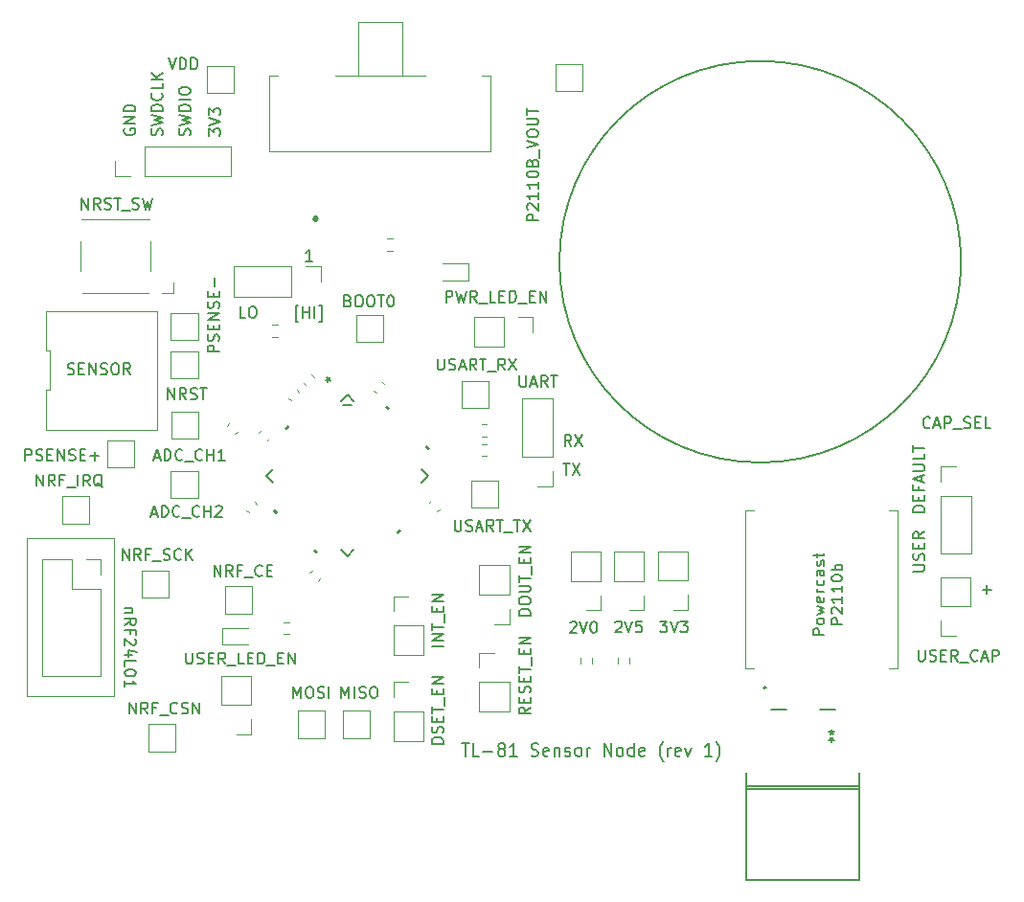
<source format=gbr>
%TF.GenerationSoftware,KiCad,Pcbnew,8.0.2*%
%TF.CreationDate,2024-06-06T20:45:53-07:00*%
%TF.ProjectId,tpms-sn-flex,74706d73-2d73-46e2-9d66-6c65782e6b69,rev?*%
%TF.SameCoordinates,Original*%
%TF.FileFunction,Legend,Top*%
%TF.FilePolarity,Positive*%
%FSLAX46Y46*%
G04 Gerber Fmt 4.6, Leading zero omitted, Abs format (unit mm)*
G04 Created by KiCad (PCBNEW 8.0.2) date 2024-06-06 20:45:53*
%MOMM*%
%LPD*%
G01*
G04 APERTURE LIST*
%ADD10C,0.150000*%
%ADD11C,0.100000*%
%ADD12C,0.120000*%
%ADD13C,0.152400*%
%ADD14C,0.000000*%
%ADD15C,0.200000*%
%ADD16C,0.300000*%
G04 APERTURE END LIST*
D10*
X125736779Y-128288866D02*
X126498684Y-128288866D01*
X126117731Y-128669819D02*
X126117731Y-127907914D01*
X57836779Y-127119819D02*
X57836779Y-126119819D01*
X57836779Y-126119819D02*
X58408207Y-127119819D01*
X58408207Y-127119819D02*
X58408207Y-126119819D01*
X59455826Y-127119819D02*
X59122493Y-126643628D01*
X58884398Y-127119819D02*
X58884398Y-126119819D01*
X58884398Y-126119819D02*
X59265350Y-126119819D01*
X59265350Y-126119819D02*
X59360588Y-126167438D01*
X59360588Y-126167438D02*
X59408207Y-126215057D01*
X59408207Y-126215057D02*
X59455826Y-126310295D01*
X59455826Y-126310295D02*
X59455826Y-126453152D01*
X59455826Y-126453152D02*
X59408207Y-126548390D01*
X59408207Y-126548390D02*
X59360588Y-126596009D01*
X59360588Y-126596009D02*
X59265350Y-126643628D01*
X59265350Y-126643628D02*
X58884398Y-126643628D01*
X60217731Y-126596009D02*
X59884398Y-126596009D01*
X59884398Y-127119819D02*
X59884398Y-126119819D01*
X59884398Y-126119819D02*
X60360588Y-126119819D01*
X60503446Y-127215057D02*
X61265350Y-127215057D01*
X62074874Y-127024580D02*
X62027255Y-127072200D01*
X62027255Y-127072200D02*
X61884398Y-127119819D01*
X61884398Y-127119819D02*
X61789160Y-127119819D01*
X61789160Y-127119819D02*
X61646303Y-127072200D01*
X61646303Y-127072200D02*
X61551065Y-126976961D01*
X61551065Y-126976961D02*
X61503446Y-126881723D01*
X61503446Y-126881723D02*
X61455827Y-126691247D01*
X61455827Y-126691247D02*
X61455827Y-126548390D01*
X61455827Y-126548390D02*
X61503446Y-126357914D01*
X61503446Y-126357914D02*
X61551065Y-126262676D01*
X61551065Y-126262676D02*
X61646303Y-126167438D01*
X61646303Y-126167438D02*
X61789160Y-126119819D01*
X61789160Y-126119819D02*
X61884398Y-126119819D01*
X61884398Y-126119819D02*
X62027255Y-126167438D01*
X62027255Y-126167438D02*
X62074874Y-126215057D01*
X62503446Y-126596009D02*
X62836779Y-126596009D01*
X62979636Y-127119819D02*
X62503446Y-127119819D01*
X62503446Y-127119819D02*
X62503446Y-126119819D01*
X62503446Y-126119819D02*
X62979636Y-126119819D01*
X52289160Y-121584104D02*
X52765350Y-121584104D01*
X52193922Y-121869819D02*
X52527255Y-120869819D01*
X52527255Y-120869819D02*
X52860588Y-121869819D01*
X53193922Y-121869819D02*
X53193922Y-120869819D01*
X53193922Y-120869819D02*
X53432017Y-120869819D01*
X53432017Y-120869819D02*
X53574874Y-120917438D01*
X53574874Y-120917438D02*
X53670112Y-121012676D01*
X53670112Y-121012676D02*
X53717731Y-121107914D01*
X53717731Y-121107914D02*
X53765350Y-121298390D01*
X53765350Y-121298390D02*
X53765350Y-121441247D01*
X53765350Y-121441247D02*
X53717731Y-121631723D01*
X53717731Y-121631723D02*
X53670112Y-121726961D01*
X53670112Y-121726961D02*
X53574874Y-121822200D01*
X53574874Y-121822200D02*
X53432017Y-121869819D01*
X53432017Y-121869819D02*
X53193922Y-121869819D01*
X54765350Y-121774580D02*
X54717731Y-121822200D01*
X54717731Y-121822200D02*
X54574874Y-121869819D01*
X54574874Y-121869819D02*
X54479636Y-121869819D01*
X54479636Y-121869819D02*
X54336779Y-121822200D01*
X54336779Y-121822200D02*
X54241541Y-121726961D01*
X54241541Y-121726961D02*
X54193922Y-121631723D01*
X54193922Y-121631723D02*
X54146303Y-121441247D01*
X54146303Y-121441247D02*
X54146303Y-121298390D01*
X54146303Y-121298390D02*
X54193922Y-121107914D01*
X54193922Y-121107914D02*
X54241541Y-121012676D01*
X54241541Y-121012676D02*
X54336779Y-120917438D01*
X54336779Y-120917438D02*
X54479636Y-120869819D01*
X54479636Y-120869819D02*
X54574874Y-120869819D01*
X54574874Y-120869819D02*
X54717731Y-120917438D01*
X54717731Y-120917438D02*
X54765350Y-120965057D01*
X54955827Y-121965057D02*
X55717731Y-121965057D01*
X56527255Y-121774580D02*
X56479636Y-121822200D01*
X56479636Y-121822200D02*
X56336779Y-121869819D01*
X56336779Y-121869819D02*
X56241541Y-121869819D01*
X56241541Y-121869819D02*
X56098684Y-121822200D01*
X56098684Y-121822200D02*
X56003446Y-121726961D01*
X56003446Y-121726961D02*
X55955827Y-121631723D01*
X55955827Y-121631723D02*
X55908208Y-121441247D01*
X55908208Y-121441247D02*
X55908208Y-121298390D01*
X55908208Y-121298390D02*
X55955827Y-121107914D01*
X55955827Y-121107914D02*
X56003446Y-121012676D01*
X56003446Y-121012676D02*
X56098684Y-120917438D01*
X56098684Y-120917438D02*
X56241541Y-120869819D01*
X56241541Y-120869819D02*
X56336779Y-120869819D01*
X56336779Y-120869819D02*
X56479636Y-120917438D01*
X56479636Y-120917438D02*
X56527255Y-120965057D01*
X56955827Y-121869819D02*
X56955827Y-120869819D01*
X56955827Y-121346009D02*
X57527255Y-121346009D01*
X57527255Y-121869819D02*
X57527255Y-120869819D01*
X57955827Y-120965057D02*
X58003446Y-120917438D01*
X58003446Y-120917438D02*
X58098684Y-120869819D01*
X58098684Y-120869819D02*
X58336779Y-120869819D01*
X58336779Y-120869819D02*
X58432017Y-120917438D01*
X58432017Y-120917438D02*
X58479636Y-120965057D01*
X58479636Y-120965057D02*
X58527255Y-121060295D01*
X58527255Y-121060295D02*
X58527255Y-121155533D01*
X58527255Y-121155533D02*
X58479636Y-121298390D01*
X58479636Y-121298390D02*
X57908208Y-121869819D01*
X57908208Y-121869819D02*
X58527255Y-121869819D01*
X52539160Y-116584104D02*
X53015350Y-116584104D01*
X52443922Y-116869819D02*
X52777255Y-115869819D01*
X52777255Y-115869819D02*
X53110588Y-116869819D01*
X53443922Y-116869819D02*
X53443922Y-115869819D01*
X53443922Y-115869819D02*
X53682017Y-115869819D01*
X53682017Y-115869819D02*
X53824874Y-115917438D01*
X53824874Y-115917438D02*
X53920112Y-116012676D01*
X53920112Y-116012676D02*
X53967731Y-116107914D01*
X53967731Y-116107914D02*
X54015350Y-116298390D01*
X54015350Y-116298390D02*
X54015350Y-116441247D01*
X54015350Y-116441247D02*
X53967731Y-116631723D01*
X53967731Y-116631723D02*
X53920112Y-116726961D01*
X53920112Y-116726961D02*
X53824874Y-116822200D01*
X53824874Y-116822200D02*
X53682017Y-116869819D01*
X53682017Y-116869819D02*
X53443922Y-116869819D01*
X55015350Y-116774580D02*
X54967731Y-116822200D01*
X54967731Y-116822200D02*
X54824874Y-116869819D01*
X54824874Y-116869819D02*
X54729636Y-116869819D01*
X54729636Y-116869819D02*
X54586779Y-116822200D01*
X54586779Y-116822200D02*
X54491541Y-116726961D01*
X54491541Y-116726961D02*
X54443922Y-116631723D01*
X54443922Y-116631723D02*
X54396303Y-116441247D01*
X54396303Y-116441247D02*
X54396303Y-116298390D01*
X54396303Y-116298390D02*
X54443922Y-116107914D01*
X54443922Y-116107914D02*
X54491541Y-116012676D01*
X54491541Y-116012676D02*
X54586779Y-115917438D01*
X54586779Y-115917438D02*
X54729636Y-115869819D01*
X54729636Y-115869819D02*
X54824874Y-115869819D01*
X54824874Y-115869819D02*
X54967731Y-115917438D01*
X54967731Y-115917438D02*
X55015350Y-115965057D01*
X55205827Y-116965057D02*
X55967731Y-116965057D01*
X56777255Y-116774580D02*
X56729636Y-116822200D01*
X56729636Y-116822200D02*
X56586779Y-116869819D01*
X56586779Y-116869819D02*
X56491541Y-116869819D01*
X56491541Y-116869819D02*
X56348684Y-116822200D01*
X56348684Y-116822200D02*
X56253446Y-116726961D01*
X56253446Y-116726961D02*
X56205827Y-116631723D01*
X56205827Y-116631723D02*
X56158208Y-116441247D01*
X56158208Y-116441247D02*
X56158208Y-116298390D01*
X56158208Y-116298390D02*
X56205827Y-116107914D01*
X56205827Y-116107914D02*
X56253446Y-116012676D01*
X56253446Y-116012676D02*
X56348684Y-115917438D01*
X56348684Y-115917438D02*
X56491541Y-115869819D01*
X56491541Y-115869819D02*
X56586779Y-115869819D01*
X56586779Y-115869819D02*
X56729636Y-115917438D01*
X56729636Y-115917438D02*
X56777255Y-115965057D01*
X57205827Y-116869819D02*
X57205827Y-115869819D01*
X57205827Y-116346009D02*
X57777255Y-116346009D01*
X57777255Y-116869819D02*
X57777255Y-115869819D01*
X58777255Y-116869819D02*
X58205827Y-116869819D01*
X58491541Y-116869819D02*
X58491541Y-115869819D01*
X58491541Y-115869819D02*
X58396303Y-116012676D01*
X58396303Y-116012676D02*
X58301065Y-116107914D01*
X58301065Y-116107914D02*
X58205827Y-116155533D01*
X58269819Y-107263220D02*
X57269819Y-107263220D01*
X57269819Y-107263220D02*
X57269819Y-106882268D01*
X57269819Y-106882268D02*
X57317438Y-106787030D01*
X57317438Y-106787030D02*
X57365057Y-106739411D01*
X57365057Y-106739411D02*
X57460295Y-106691792D01*
X57460295Y-106691792D02*
X57603152Y-106691792D01*
X57603152Y-106691792D02*
X57698390Y-106739411D01*
X57698390Y-106739411D02*
X57746009Y-106787030D01*
X57746009Y-106787030D02*
X57793628Y-106882268D01*
X57793628Y-106882268D02*
X57793628Y-107263220D01*
X58222200Y-106310839D02*
X58269819Y-106167982D01*
X58269819Y-106167982D02*
X58269819Y-105929887D01*
X58269819Y-105929887D02*
X58222200Y-105834649D01*
X58222200Y-105834649D02*
X58174580Y-105787030D01*
X58174580Y-105787030D02*
X58079342Y-105739411D01*
X58079342Y-105739411D02*
X57984104Y-105739411D01*
X57984104Y-105739411D02*
X57888866Y-105787030D01*
X57888866Y-105787030D02*
X57841247Y-105834649D01*
X57841247Y-105834649D02*
X57793628Y-105929887D01*
X57793628Y-105929887D02*
X57746009Y-106120363D01*
X57746009Y-106120363D02*
X57698390Y-106215601D01*
X57698390Y-106215601D02*
X57650771Y-106263220D01*
X57650771Y-106263220D02*
X57555533Y-106310839D01*
X57555533Y-106310839D02*
X57460295Y-106310839D01*
X57460295Y-106310839D02*
X57365057Y-106263220D01*
X57365057Y-106263220D02*
X57317438Y-106215601D01*
X57317438Y-106215601D02*
X57269819Y-106120363D01*
X57269819Y-106120363D02*
X57269819Y-105882268D01*
X57269819Y-105882268D02*
X57317438Y-105739411D01*
X57746009Y-105310839D02*
X57746009Y-104977506D01*
X58269819Y-104834649D02*
X58269819Y-105310839D01*
X58269819Y-105310839D02*
X57269819Y-105310839D01*
X57269819Y-105310839D02*
X57269819Y-104834649D01*
X58269819Y-104406077D02*
X57269819Y-104406077D01*
X57269819Y-104406077D02*
X58269819Y-103834649D01*
X58269819Y-103834649D02*
X57269819Y-103834649D01*
X58222200Y-103406077D02*
X58269819Y-103263220D01*
X58269819Y-103263220D02*
X58269819Y-103025125D01*
X58269819Y-103025125D02*
X58222200Y-102929887D01*
X58222200Y-102929887D02*
X58174580Y-102882268D01*
X58174580Y-102882268D02*
X58079342Y-102834649D01*
X58079342Y-102834649D02*
X57984104Y-102834649D01*
X57984104Y-102834649D02*
X57888866Y-102882268D01*
X57888866Y-102882268D02*
X57841247Y-102929887D01*
X57841247Y-102929887D02*
X57793628Y-103025125D01*
X57793628Y-103025125D02*
X57746009Y-103215601D01*
X57746009Y-103215601D02*
X57698390Y-103310839D01*
X57698390Y-103310839D02*
X57650771Y-103358458D01*
X57650771Y-103358458D02*
X57555533Y-103406077D01*
X57555533Y-103406077D02*
X57460295Y-103406077D01*
X57460295Y-103406077D02*
X57365057Y-103358458D01*
X57365057Y-103358458D02*
X57317438Y-103310839D01*
X57317438Y-103310839D02*
X57269819Y-103215601D01*
X57269819Y-103215601D02*
X57269819Y-102977506D01*
X57269819Y-102977506D02*
X57317438Y-102834649D01*
X57746009Y-102406077D02*
X57746009Y-102072744D01*
X58269819Y-101929887D02*
X58269819Y-102406077D01*
X58269819Y-102406077D02*
X57269819Y-102406077D01*
X57269819Y-102406077D02*
X57269819Y-101929887D01*
X57888866Y-101501315D02*
X57888866Y-100739411D01*
X53736779Y-111469819D02*
X53736779Y-110469819D01*
X53736779Y-110469819D02*
X54308207Y-111469819D01*
X54308207Y-111469819D02*
X54308207Y-110469819D01*
X55355826Y-111469819D02*
X55022493Y-110993628D01*
X54784398Y-111469819D02*
X54784398Y-110469819D01*
X54784398Y-110469819D02*
X55165350Y-110469819D01*
X55165350Y-110469819D02*
X55260588Y-110517438D01*
X55260588Y-110517438D02*
X55308207Y-110565057D01*
X55308207Y-110565057D02*
X55355826Y-110660295D01*
X55355826Y-110660295D02*
X55355826Y-110803152D01*
X55355826Y-110803152D02*
X55308207Y-110898390D01*
X55308207Y-110898390D02*
X55260588Y-110946009D01*
X55260588Y-110946009D02*
X55165350Y-110993628D01*
X55165350Y-110993628D02*
X54784398Y-110993628D01*
X55736779Y-111422200D02*
X55879636Y-111469819D01*
X55879636Y-111469819D02*
X56117731Y-111469819D01*
X56117731Y-111469819D02*
X56212969Y-111422200D01*
X56212969Y-111422200D02*
X56260588Y-111374580D01*
X56260588Y-111374580D02*
X56308207Y-111279342D01*
X56308207Y-111279342D02*
X56308207Y-111184104D01*
X56308207Y-111184104D02*
X56260588Y-111088866D01*
X56260588Y-111088866D02*
X56212969Y-111041247D01*
X56212969Y-111041247D02*
X56117731Y-110993628D01*
X56117731Y-110993628D02*
X55927255Y-110946009D01*
X55927255Y-110946009D02*
X55832017Y-110898390D01*
X55832017Y-110898390D02*
X55784398Y-110850771D01*
X55784398Y-110850771D02*
X55736779Y-110755533D01*
X55736779Y-110755533D02*
X55736779Y-110660295D01*
X55736779Y-110660295D02*
X55784398Y-110565057D01*
X55784398Y-110565057D02*
X55832017Y-110517438D01*
X55832017Y-110517438D02*
X55927255Y-110469819D01*
X55927255Y-110469819D02*
X56165350Y-110469819D01*
X56165350Y-110469819D02*
X56308207Y-110517438D01*
X56593922Y-110469819D02*
X57165350Y-110469819D01*
X56879636Y-111469819D02*
X56879636Y-110469819D01*
X41136779Y-116869819D02*
X41136779Y-115869819D01*
X41136779Y-115869819D02*
X41517731Y-115869819D01*
X41517731Y-115869819D02*
X41612969Y-115917438D01*
X41612969Y-115917438D02*
X41660588Y-115965057D01*
X41660588Y-115965057D02*
X41708207Y-116060295D01*
X41708207Y-116060295D02*
X41708207Y-116203152D01*
X41708207Y-116203152D02*
X41660588Y-116298390D01*
X41660588Y-116298390D02*
X41612969Y-116346009D01*
X41612969Y-116346009D02*
X41517731Y-116393628D01*
X41517731Y-116393628D02*
X41136779Y-116393628D01*
X42089160Y-116822200D02*
X42232017Y-116869819D01*
X42232017Y-116869819D02*
X42470112Y-116869819D01*
X42470112Y-116869819D02*
X42565350Y-116822200D01*
X42565350Y-116822200D02*
X42612969Y-116774580D01*
X42612969Y-116774580D02*
X42660588Y-116679342D01*
X42660588Y-116679342D02*
X42660588Y-116584104D01*
X42660588Y-116584104D02*
X42612969Y-116488866D01*
X42612969Y-116488866D02*
X42565350Y-116441247D01*
X42565350Y-116441247D02*
X42470112Y-116393628D01*
X42470112Y-116393628D02*
X42279636Y-116346009D01*
X42279636Y-116346009D02*
X42184398Y-116298390D01*
X42184398Y-116298390D02*
X42136779Y-116250771D01*
X42136779Y-116250771D02*
X42089160Y-116155533D01*
X42089160Y-116155533D02*
X42089160Y-116060295D01*
X42089160Y-116060295D02*
X42136779Y-115965057D01*
X42136779Y-115965057D02*
X42184398Y-115917438D01*
X42184398Y-115917438D02*
X42279636Y-115869819D01*
X42279636Y-115869819D02*
X42517731Y-115869819D01*
X42517731Y-115869819D02*
X42660588Y-115917438D01*
X43089160Y-116346009D02*
X43422493Y-116346009D01*
X43565350Y-116869819D02*
X43089160Y-116869819D01*
X43089160Y-116869819D02*
X43089160Y-115869819D01*
X43089160Y-115869819D02*
X43565350Y-115869819D01*
X43993922Y-116869819D02*
X43993922Y-115869819D01*
X43993922Y-115869819D02*
X44565350Y-116869819D01*
X44565350Y-116869819D02*
X44565350Y-115869819D01*
X44993922Y-116822200D02*
X45136779Y-116869819D01*
X45136779Y-116869819D02*
X45374874Y-116869819D01*
X45374874Y-116869819D02*
X45470112Y-116822200D01*
X45470112Y-116822200D02*
X45517731Y-116774580D01*
X45517731Y-116774580D02*
X45565350Y-116679342D01*
X45565350Y-116679342D02*
X45565350Y-116584104D01*
X45565350Y-116584104D02*
X45517731Y-116488866D01*
X45517731Y-116488866D02*
X45470112Y-116441247D01*
X45470112Y-116441247D02*
X45374874Y-116393628D01*
X45374874Y-116393628D02*
X45184398Y-116346009D01*
X45184398Y-116346009D02*
X45089160Y-116298390D01*
X45089160Y-116298390D02*
X45041541Y-116250771D01*
X45041541Y-116250771D02*
X44993922Y-116155533D01*
X44993922Y-116155533D02*
X44993922Y-116060295D01*
X44993922Y-116060295D02*
X45041541Y-115965057D01*
X45041541Y-115965057D02*
X45089160Y-115917438D01*
X45089160Y-115917438D02*
X45184398Y-115869819D01*
X45184398Y-115869819D02*
X45422493Y-115869819D01*
X45422493Y-115869819D02*
X45565350Y-115917438D01*
X45993922Y-116346009D02*
X46327255Y-116346009D01*
X46470112Y-116869819D02*
X45993922Y-116869819D01*
X45993922Y-116869819D02*
X45993922Y-115869819D01*
X45993922Y-115869819D02*
X46470112Y-115869819D01*
X46898684Y-116488866D02*
X47660589Y-116488866D01*
X47279636Y-116869819D02*
X47279636Y-116107914D01*
X79728573Y-141845342D02*
X80357145Y-141845342D01*
X80042859Y-143045342D02*
X80042859Y-141845342D01*
X81247621Y-143045342D02*
X80723811Y-143045342D01*
X80723811Y-143045342D02*
X80723811Y-141845342D01*
X81614287Y-142588200D02*
X82452383Y-142588200D01*
X83133335Y-142359628D02*
X83028573Y-142302485D01*
X83028573Y-142302485D02*
X82976192Y-142245342D01*
X82976192Y-142245342D02*
X82923811Y-142131057D01*
X82923811Y-142131057D02*
X82923811Y-142073914D01*
X82923811Y-142073914D02*
X82976192Y-141959628D01*
X82976192Y-141959628D02*
X83028573Y-141902485D01*
X83028573Y-141902485D02*
X83133335Y-141845342D01*
X83133335Y-141845342D02*
X83342859Y-141845342D01*
X83342859Y-141845342D02*
X83447621Y-141902485D01*
X83447621Y-141902485D02*
X83500002Y-141959628D01*
X83500002Y-141959628D02*
X83552383Y-142073914D01*
X83552383Y-142073914D02*
X83552383Y-142131057D01*
X83552383Y-142131057D02*
X83500002Y-142245342D01*
X83500002Y-142245342D02*
X83447621Y-142302485D01*
X83447621Y-142302485D02*
X83342859Y-142359628D01*
X83342859Y-142359628D02*
X83133335Y-142359628D01*
X83133335Y-142359628D02*
X83028573Y-142416771D01*
X83028573Y-142416771D02*
X82976192Y-142473914D01*
X82976192Y-142473914D02*
X82923811Y-142588200D01*
X82923811Y-142588200D02*
X82923811Y-142816771D01*
X82923811Y-142816771D02*
X82976192Y-142931057D01*
X82976192Y-142931057D02*
X83028573Y-142988200D01*
X83028573Y-142988200D02*
X83133335Y-143045342D01*
X83133335Y-143045342D02*
X83342859Y-143045342D01*
X83342859Y-143045342D02*
X83447621Y-142988200D01*
X83447621Y-142988200D02*
X83500002Y-142931057D01*
X83500002Y-142931057D02*
X83552383Y-142816771D01*
X83552383Y-142816771D02*
X83552383Y-142588200D01*
X83552383Y-142588200D02*
X83500002Y-142473914D01*
X83500002Y-142473914D02*
X83447621Y-142416771D01*
X83447621Y-142416771D02*
X83342859Y-142359628D01*
X84600002Y-143045342D02*
X83971430Y-143045342D01*
X84285716Y-143045342D02*
X84285716Y-141845342D01*
X84285716Y-141845342D02*
X84180954Y-142016771D01*
X84180954Y-142016771D02*
X84076192Y-142131057D01*
X84076192Y-142131057D02*
X83971430Y-142188200D01*
X85857144Y-142988200D02*
X86014287Y-143045342D01*
X86014287Y-143045342D02*
X86276192Y-143045342D01*
X86276192Y-143045342D02*
X86380954Y-142988200D01*
X86380954Y-142988200D02*
X86433335Y-142931057D01*
X86433335Y-142931057D02*
X86485716Y-142816771D01*
X86485716Y-142816771D02*
X86485716Y-142702485D01*
X86485716Y-142702485D02*
X86433335Y-142588200D01*
X86433335Y-142588200D02*
X86380954Y-142531057D01*
X86380954Y-142531057D02*
X86276192Y-142473914D01*
X86276192Y-142473914D02*
X86066668Y-142416771D01*
X86066668Y-142416771D02*
X85961906Y-142359628D01*
X85961906Y-142359628D02*
X85909525Y-142302485D01*
X85909525Y-142302485D02*
X85857144Y-142188200D01*
X85857144Y-142188200D02*
X85857144Y-142073914D01*
X85857144Y-142073914D02*
X85909525Y-141959628D01*
X85909525Y-141959628D02*
X85961906Y-141902485D01*
X85961906Y-141902485D02*
X86066668Y-141845342D01*
X86066668Y-141845342D02*
X86328573Y-141845342D01*
X86328573Y-141845342D02*
X86485716Y-141902485D01*
X87376192Y-142988200D02*
X87271430Y-143045342D01*
X87271430Y-143045342D02*
X87061906Y-143045342D01*
X87061906Y-143045342D02*
X86957144Y-142988200D01*
X86957144Y-142988200D02*
X86904763Y-142873914D01*
X86904763Y-142873914D02*
X86904763Y-142416771D01*
X86904763Y-142416771D02*
X86957144Y-142302485D01*
X86957144Y-142302485D02*
X87061906Y-142245342D01*
X87061906Y-142245342D02*
X87271430Y-142245342D01*
X87271430Y-142245342D02*
X87376192Y-142302485D01*
X87376192Y-142302485D02*
X87428573Y-142416771D01*
X87428573Y-142416771D02*
X87428573Y-142531057D01*
X87428573Y-142531057D02*
X86904763Y-142645342D01*
X87900001Y-142245342D02*
X87900001Y-143045342D01*
X87900001Y-142359628D02*
X87952382Y-142302485D01*
X87952382Y-142302485D02*
X88057144Y-142245342D01*
X88057144Y-142245342D02*
X88214287Y-142245342D01*
X88214287Y-142245342D02*
X88319049Y-142302485D01*
X88319049Y-142302485D02*
X88371430Y-142416771D01*
X88371430Y-142416771D02*
X88371430Y-143045342D01*
X88842858Y-142988200D02*
X88947620Y-143045342D01*
X88947620Y-143045342D02*
X89157144Y-143045342D01*
X89157144Y-143045342D02*
X89261906Y-142988200D01*
X89261906Y-142988200D02*
X89314287Y-142873914D01*
X89314287Y-142873914D02*
X89314287Y-142816771D01*
X89314287Y-142816771D02*
X89261906Y-142702485D01*
X89261906Y-142702485D02*
X89157144Y-142645342D01*
X89157144Y-142645342D02*
X89000001Y-142645342D01*
X89000001Y-142645342D02*
X88895239Y-142588200D01*
X88895239Y-142588200D02*
X88842858Y-142473914D01*
X88842858Y-142473914D02*
X88842858Y-142416771D01*
X88842858Y-142416771D02*
X88895239Y-142302485D01*
X88895239Y-142302485D02*
X89000001Y-142245342D01*
X89000001Y-142245342D02*
X89157144Y-142245342D01*
X89157144Y-142245342D02*
X89261906Y-142302485D01*
X89942858Y-143045342D02*
X89838096Y-142988200D01*
X89838096Y-142988200D02*
X89785715Y-142931057D01*
X89785715Y-142931057D02*
X89733334Y-142816771D01*
X89733334Y-142816771D02*
X89733334Y-142473914D01*
X89733334Y-142473914D02*
X89785715Y-142359628D01*
X89785715Y-142359628D02*
X89838096Y-142302485D01*
X89838096Y-142302485D02*
X89942858Y-142245342D01*
X89942858Y-142245342D02*
X90100001Y-142245342D01*
X90100001Y-142245342D02*
X90204763Y-142302485D01*
X90204763Y-142302485D02*
X90257144Y-142359628D01*
X90257144Y-142359628D02*
X90309525Y-142473914D01*
X90309525Y-142473914D02*
X90309525Y-142816771D01*
X90309525Y-142816771D02*
X90257144Y-142931057D01*
X90257144Y-142931057D02*
X90204763Y-142988200D01*
X90204763Y-142988200D02*
X90100001Y-143045342D01*
X90100001Y-143045342D02*
X89942858Y-143045342D01*
X90780953Y-143045342D02*
X90780953Y-142245342D01*
X90780953Y-142473914D02*
X90833334Y-142359628D01*
X90833334Y-142359628D02*
X90885715Y-142302485D01*
X90885715Y-142302485D02*
X90990477Y-142245342D01*
X90990477Y-142245342D02*
X91095239Y-142245342D01*
X92300000Y-143045342D02*
X92300000Y-141845342D01*
X92300000Y-141845342D02*
X92928572Y-143045342D01*
X92928572Y-143045342D02*
X92928572Y-141845342D01*
X93609524Y-143045342D02*
X93504762Y-142988200D01*
X93504762Y-142988200D02*
X93452381Y-142931057D01*
X93452381Y-142931057D02*
X93400000Y-142816771D01*
X93400000Y-142816771D02*
X93400000Y-142473914D01*
X93400000Y-142473914D02*
X93452381Y-142359628D01*
X93452381Y-142359628D02*
X93504762Y-142302485D01*
X93504762Y-142302485D02*
X93609524Y-142245342D01*
X93609524Y-142245342D02*
X93766667Y-142245342D01*
X93766667Y-142245342D02*
X93871429Y-142302485D01*
X93871429Y-142302485D02*
X93923810Y-142359628D01*
X93923810Y-142359628D02*
X93976191Y-142473914D01*
X93976191Y-142473914D02*
X93976191Y-142816771D01*
X93976191Y-142816771D02*
X93923810Y-142931057D01*
X93923810Y-142931057D02*
X93871429Y-142988200D01*
X93871429Y-142988200D02*
X93766667Y-143045342D01*
X93766667Y-143045342D02*
X93609524Y-143045342D01*
X94919048Y-143045342D02*
X94919048Y-141845342D01*
X94919048Y-142988200D02*
X94814286Y-143045342D01*
X94814286Y-143045342D02*
X94604762Y-143045342D01*
X94604762Y-143045342D02*
X94500000Y-142988200D01*
X94500000Y-142988200D02*
X94447619Y-142931057D01*
X94447619Y-142931057D02*
X94395238Y-142816771D01*
X94395238Y-142816771D02*
X94395238Y-142473914D01*
X94395238Y-142473914D02*
X94447619Y-142359628D01*
X94447619Y-142359628D02*
X94500000Y-142302485D01*
X94500000Y-142302485D02*
X94604762Y-142245342D01*
X94604762Y-142245342D02*
X94814286Y-142245342D01*
X94814286Y-142245342D02*
X94919048Y-142302485D01*
X95861905Y-142988200D02*
X95757143Y-143045342D01*
X95757143Y-143045342D02*
X95547619Y-143045342D01*
X95547619Y-143045342D02*
X95442857Y-142988200D01*
X95442857Y-142988200D02*
X95390476Y-142873914D01*
X95390476Y-142873914D02*
X95390476Y-142416771D01*
X95390476Y-142416771D02*
X95442857Y-142302485D01*
X95442857Y-142302485D02*
X95547619Y-142245342D01*
X95547619Y-142245342D02*
X95757143Y-142245342D01*
X95757143Y-142245342D02*
X95861905Y-142302485D01*
X95861905Y-142302485D02*
X95914286Y-142416771D01*
X95914286Y-142416771D02*
X95914286Y-142531057D01*
X95914286Y-142531057D02*
X95390476Y-142645342D01*
X97538095Y-143502485D02*
X97485714Y-143445342D01*
X97485714Y-143445342D02*
X97380952Y-143273914D01*
X97380952Y-143273914D02*
X97328571Y-143159628D01*
X97328571Y-143159628D02*
X97276190Y-142988200D01*
X97276190Y-142988200D02*
X97223809Y-142702485D01*
X97223809Y-142702485D02*
X97223809Y-142473914D01*
X97223809Y-142473914D02*
X97276190Y-142188200D01*
X97276190Y-142188200D02*
X97328571Y-142016771D01*
X97328571Y-142016771D02*
X97380952Y-141902485D01*
X97380952Y-141902485D02*
X97485714Y-141731057D01*
X97485714Y-141731057D02*
X97538095Y-141673914D01*
X97957142Y-143045342D02*
X97957142Y-142245342D01*
X97957142Y-142473914D02*
X98009523Y-142359628D01*
X98009523Y-142359628D02*
X98061904Y-142302485D01*
X98061904Y-142302485D02*
X98166666Y-142245342D01*
X98166666Y-142245342D02*
X98271428Y-142245342D01*
X99057142Y-142988200D02*
X98952380Y-143045342D01*
X98952380Y-143045342D02*
X98742856Y-143045342D01*
X98742856Y-143045342D02*
X98638094Y-142988200D01*
X98638094Y-142988200D02*
X98585713Y-142873914D01*
X98585713Y-142873914D02*
X98585713Y-142416771D01*
X98585713Y-142416771D02*
X98638094Y-142302485D01*
X98638094Y-142302485D02*
X98742856Y-142245342D01*
X98742856Y-142245342D02*
X98952380Y-142245342D01*
X98952380Y-142245342D02*
X99057142Y-142302485D01*
X99057142Y-142302485D02*
X99109523Y-142416771D01*
X99109523Y-142416771D02*
X99109523Y-142531057D01*
X99109523Y-142531057D02*
X98585713Y-142645342D01*
X99476189Y-142245342D02*
X99738094Y-143045342D01*
X99738094Y-143045342D02*
X99999999Y-142245342D01*
X101833332Y-143045342D02*
X101204760Y-143045342D01*
X101519046Y-143045342D02*
X101519046Y-141845342D01*
X101519046Y-141845342D02*
X101414284Y-142016771D01*
X101414284Y-142016771D02*
X101309522Y-142131057D01*
X101309522Y-142131057D02*
X101204760Y-142188200D01*
X102199998Y-143502485D02*
X102252379Y-143445342D01*
X102252379Y-143445342D02*
X102357141Y-143273914D01*
X102357141Y-143273914D02*
X102409522Y-143159628D01*
X102409522Y-143159628D02*
X102461903Y-142988200D01*
X102461903Y-142988200D02*
X102514284Y-142702485D01*
X102514284Y-142702485D02*
X102514284Y-142473914D01*
X102514284Y-142473914D02*
X102461903Y-142188200D01*
X102461903Y-142188200D02*
X102409522Y-142016771D01*
X102409522Y-142016771D02*
X102357141Y-141902485D01*
X102357141Y-141902485D02*
X102252379Y-141731057D01*
X102252379Y-141731057D02*
X102199998Y-141673914D01*
X97241541Y-131069819D02*
X97860588Y-131069819D01*
X97860588Y-131069819D02*
X97527255Y-131450771D01*
X97527255Y-131450771D02*
X97670112Y-131450771D01*
X97670112Y-131450771D02*
X97765350Y-131498390D01*
X97765350Y-131498390D02*
X97812969Y-131546009D01*
X97812969Y-131546009D02*
X97860588Y-131641247D01*
X97860588Y-131641247D02*
X97860588Y-131879342D01*
X97860588Y-131879342D02*
X97812969Y-131974580D01*
X97812969Y-131974580D02*
X97765350Y-132022200D01*
X97765350Y-132022200D02*
X97670112Y-132069819D01*
X97670112Y-132069819D02*
X97384398Y-132069819D01*
X97384398Y-132069819D02*
X97289160Y-132022200D01*
X97289160Y-132022200D02*
X97241541Y-131974580D01*
X98146303Y-131069819D02*
X98479636Y-132069819D01*
X98479636Y-132069819D02*
X98812969Y-131069819D01*
X99051065Y-131069819D02*
X99670112Y-131069819D01*
X99670112Y-131069819D02*
X99336779Y-131450771D01*
X99336779Y-131450771D02*
X99479636Y-131450771D01*
X99479636Y-131450771D02*
X99574874Y-131498390D01*
X99574874Y-131498390D02*
X99622493Y-131546009D01*
X99622493Y-131546009D02*
X99670112Y-131641247D01*
X99670112Y-131641247D02*
X99670112Y-131879342D01*
X99670112Y-131879342D02*
X99622493Y-131974580D01*
X99622493Y-131974580D02*
X99574874Y-132022200D01*
X99574874Y-132022200D02*
X99479636Y-132069819D01*
X99479636Y-132069819D02*
X99193922Y-132069819D01*
X99193922Y-132069819D02*
X99098684Y-132022200D01*
X99098684Y-132022200D02*
X99051065Y-131974580D01*
X93289160Y-131165057D02*
X93336779Y-131117438D01*
X93336779Y-131117438D02*
X93432017Y-131069819D01*
X93432017Y-131069819D02*
X93670112Y-131069819D01*
X93670112Y-131069819D02*
X93765350Y-131117438D01*
X93765350Y-131117438D02*
X93812969Y-131165057D01*
X93812969Y-131165057D02*
X93860588Y-131260295D01*
X93860588Y-131260295D02*
X93860588Y-131355533D01*
X93860588Y-131355533D02*
X93812969Y-131498390D01*
X93812969Y-131498390D02*
X93241541Y-132069819D01*
X93241541Y-132069819D02*
X93860588Y-132069819D01*
X94146303Y-131069819D02*
X94479636Y-132069819D01*
X94479636Y-132069819D02*
X94812969Y-131069819D01*
X95622493Y-131069819D02*
X95146303Y-131069819D01*
X95146303Y-131069819D02*
X95098684Y-131546009D01*
X95098684Y-131546009D02*
X95146303Y-131498390D01*
X95146303Y-131498390D02*
X95241541Y-131450771D01*
X95241541Y-131450771D02*
X95479636Y-131450771D01*
X95479636Y-131450771D02*
X95574874Y-131498390D01*
X95574874Y-131498390D02*
X95622493Y-131546009D01*
X95622493Y-131546009D02*
X95670112Y-131641247D01*
X95670112Y-131641247D02*
X95670112Y-131879342D01*
X95670112Y-131879342D02*
X95622493Y-131974580D01*
X95622493Y-131974580D02*
X95574874Y-132022200D01*
X95574874Y-132022200D02*
X95479636Y-132069819D01*
X95479636Y-132069819D02*
X95241541Y-132069819D01*
X95241541Y-132069819D02*
X95146303Y-132022200D01*
X95146303Y-132022200D02*
X95098684Y-131974580D01*
X89289160Y-131215057D02*
X89336779Y-131167438D01*
X89336779Y-131167438D02*
X89432017Y-131119819D01*
X89432017Y-131119819D02*
X89670112Y-131119819D01*
X89670112Y-131119819D02*
X89765350Y-131167438D01*
X89765350Y-131167438D02*
X89812969Y-131215057D01*
X89812969Y-131215057D02*
X89860588Y-131310295D01*
X89860588Y-131310295D02*
X89860588Y-131405533D01*
X89860588Y-131405533D02*
X89812969Y-131548390D01*
X89812969Y-131548390D02*
X89241541Y-132119819D01*
X89241541Y-132119819D02*
X89860588Y-132119819D01*
X90146303Y-131119819D02*
X90479636Y-132119819D01*
X90479636Y-132119819D02*
X90812969Y-131119819D01*
X91336779Y-131119819D02*
X91432017Y-131119819D01*
X91432017Y-131119819D02*
X91527255Y-131167438D01*
X91527255Y-131167438D02*
X91574874Y-131215057D01*
X91574874Y-131215057D02*
X91622493Y-131310295D01*
X91622493Y-131310295D02*
X91670112Y-131500771D01*
X91670112Y-131500771D02*
X91670112Y-131738866D01*
X91670112Y-131738866D02*
X91622493Y-131929342D01*
X91622493Y-131929342D02*
X91574874Y-132024580D01*
X91574874Y-132024580D02*
X91527255Y-132072200D01*
X91527255Y-132072200D02*
X91432017Y-132119819D01*
X91432017Y-132119819D02*
X91336779Y-132119819D01*
X91336779Y-132119819D02*
X91241541Y-132072200D01*
X91241541Y-132072200D02*
X91193922Y-132024580D01*
X91193922Y-132024580D02*
X91146303Y-131929342D01*
X91146303Y-131929342D02*
X91098684Y-131738866D01*
X91098684Y-131738866D02*
X91098684Y-131500771D01*
X91098684Y-131500771D02*
X91146303Y-131310295D01*
X91146303Y-131310295D02*
X91193922Y-131215057D01*
X91193922Y-131215057D02*
X91241541Y-131167438D01*
X91241541Y-131167438D02*
X91336779Y-131119819D01*
X111759875Y-132297619D02*
X110759875Y-132297619D01*
X110759875Y-132297619D02*
X110759875Y-131916667D01*
X110759875Y-131916667D02*
X110807494Y-131821429D01*
X110807494Y-131821429D02*
X110855113Y-131773810D01*
X110855113Y-131773810D02*
X110950351Y-131726191D01*
X110950351Y-131726191D02*
X111093208Y-131726191D01*
X111093208Y-131726191D02*
X111188446Y-131773810D01*
X111188446Y-131773810D02*
X111236065Y-131821429D01*
X111236065Y-131821429D02*
X111283684Y-131916667D01*
X111283684Y-131916667D02*
X111283684Y-132297619D01*
X111759875Y-131154762D02*
X111712256Y-131250000D01*
X111712256Y-131250000D02*
X111664636Y-131297619D01*
X111664636Y-131297619D02*
X111569398Y-131345238D01*
X111569398Y-131345238D02*
X111283684Y-131345238D01*
X111283684Y-131345238D02*
X111188446Y-131297619D01*
X111188446Y-131297619D02*
X111140827Y-131250000D01*
X111140827Y-131250000D02*
X111093208Y-131154762D01*
X111093208Y-131154762D02*
X111093208Y-131011905D01*
X111093208Y-131011905D02*
X111140827Y-130916667D01*
X111140827Y-130916667D02*
X111188446Y-130869048D01*
X111188446Y-130869048D02*
X111283684Y-130821429D01*
X111283684Y-130821429D02*
X111569398Y-130821429D01*
X111569398Y-130821429D02*
X111664636Y-130869048D01*
X111664636Y-130869048D02*
X111712256Y-130916667D01*
X111712256Y-130916667D02*
X111759875Y-131011905D01*
X111759875Y-131011905D02*
X111759875Y-131154762D01*
X111093208Y-130488095D02*
X111759875Y-130297619D01*
X111759875Y-130297619D02*
X111283684Y-130107143D01*
X111283684Y-130107143D02*
X111759875Y-129916667D01*
X111759875Y-129916667D02*
X111093208Y-129726191D01*
X111712256Y-128964286D02*
X111759875Y-129059524D01*
X111759875Y-129059524D02*
X111759875Y-129250000D01*
X111759875Y-129250000D02*
X111712256Y-129345238D01*
X111712256Y-129345238D02*
X111617017Y-129392857D01*
X111617017Y-129392857D02*
X111236065Y-129392857D01*
X111236065Y-129392857D02*
X111140827Y-129345238D01*
X111140827Y-129345238D02*
X111093208Y-129250000D01*
X111093208Y-129250000D02*
X111093208Y-129059524D01*
X111093208Y-129059524D02*
X111140827Y-128964286D01*
X111140827Y-128964286D02*
X111236065Y-128916667D01*
X111236065Y-128916667D02*
X111331303Y-128916667D01*
X111331303Y-128916667D02*
X111426541Y-129392857D01*
X111759875Y-128488095D02*
X111093208Y-128488095D01*
X111283684Y-128488095D02*
X111188446Y-128440476D01*
X111188446Y-128440476D02*
X111140827Y-128392857D01*
X111140827Y-128392857D02*
X111093208Y-128297619D01*
X111093208Y-128297619D02*
X111093208Y-128202381D01*
X111712256Y-127440476D02*
X111759875Y-127535714D01*
X111759875Y-127535714D02*
X111759875Y-127726190D01*
X111759875Y-127726190D02*
X111712256Y-127821428D01*
X111712256Y-127821428D02*
X111664636Y-127869047D01*
X111664636Y-127869047D02*
X111569398Y-127916666D01*
X111569398Y-127916666D02*
X111283684Y-127916666D01*
X111283684Y-127916666D02*
X111188446Y-127869047D01*
X111188446Y-127869047D02*
X111140827Y-127821428D01*
X111140827Y-127821428D02*
X111093208Y-127726190D01*
X111093208Y-127726190D02*
X111093208Y-127535714D01*
X111093208Y-127535714D02*
X111140827Y-127440476D01*
X111759875Y-126583333D02*
X111236065Y-126583333D01*
X111236065Y-126583333D02*
X111140827Y-126630952D01*
X111140827Y-126630952D02*
X111093208Y-126726190D01*
X111093208Y-126726190D02*
X111093208Y-126916666D01*
X111093208Y-126916666D02*
X111140827Y-127011904D01*
X111712256Y-126583333D02*
X111759875Y-126678571D01*
X111759875Y-126678571D02*
X111759875Y-126916666D01*
X111759875Y-126916666D02*
X111712256Y-127011904D01*
X111712256Y-127011904D02*
X111617017Y-127059523D01*
X111617017Y-127059523D02*
X111521779Y-127059523D01*
X111521779Y-127059523D02*
X111426541Y-127011904D01*
X111426541Y-127011904D02*
X111378922Y-126916666D01*
X111378922Y-126916666D02*
X111378922Y-126678571D01*
X111378922Y-126678571D02*
X111331303Y-126583333D01*
X111712256Y-126154761D02*
X111759875Y-126059523D01*
X111759875Y-126059523D02*
X111759875Y-125869047D01*
X111759875Y-125869047D02*
X111712256Y-125773809D01*
X111712256Y-125773809D02*
X111617017Y-125726190D01*
X111617017Y-125726190D02*
X111569398Y-125726190D01*
X111569398Y-125726190D02*
X111474160Y-125773809D01*
X111474160Y-125773809D02*
X111426541Y-125869047D01*
X111426541Y-125869047D02*
X111426541Y-126011904D01*
X111426541Y-126011904D02*
X111378922Y-126107142D01*
X111378922Y-126107142D02*
X111283684Y-126154761D01*
X111283684Y-126154761D02*
X111236065Y-126154761D01*
X111236065Y-126154761D02*
X111140827Y-126107142D01*
X111140827Y-126107142D02*
X111093208Y-126011904D01*
X111093208Y-126011904D02*
X111093208Y-125869047D01*
X111093208Y-125869047D02*
X111140827Y-125773809D01*
X111093208Y-125440475D02*
X111093208Y-125059523D01*
X110759875Y-125297618D02*
X111617017Y-125297618D01*
X111617017Y-125297618D02*
X111712256Y-125249999D01*
X111712256Y-125249999D02*
X111759875Y-125154761D01*
X111759875Y-125154761D02*
X111759875Y-125059523D01*
X113369819Y-131369047D02*
X112369819Y-131369047D01*
X112369819Y-131369047D02*
X112369819Y-130988095D01*
X112369819Y-130988095D02*
X112417438Y-130892857D01*
X112417438Y-130892857D02*
X112465057Y-130845238D01*
X112465057Y-130845238D02*
X112560295Y-130797619D01*
X112560295Y-130797619D02*
X112703152Y-130797619D01*
X112703152Y-130797619D02*
X112798390Y-130845238D01*
X112798390Y-130845238D02*
X112846009Y-130892857D01*
X112846009Y-130892857D02*
X112893628Y-130988095D01*
X112893628Y-130988095D02*
X112893628Y-131369047D01*
X112465057Y-130416666D02*
X112417438Y-130369047D01*
X112417438Y-130369047D02*
X112369819Y-130273809D01*
X112369819Y-130273809D02*
X112369819Y-130035714D01*
X112369819Y-130035714D02*
X112417438Y-129940476D01*
X112417438Y-129940476D02*
X112465057Y-129892857D01*
X112465057Y-129892857D02*
X112560295Y-129845238D01*
X112560295Y-129845238D02*
X112655533Y-129845238D01*
X112655533Y-129845238D02*
X112798390Y-129892857D01*
X112798390Y-129892857D02*
X113369819Y-130464285D01*
X113369819Y-130464285D02*
X113369819Y-129845238D01*
X113369819Y-128892857D02*
X113369819Y-129464285D01*
X113369819Y-129178571D02*
X112369819Y-129178571D01*
X112369819Y-129178571D02*
X112512676Y-129273809D01*
X112512676Y-129273809D02*
X112607914Y-129369047D01*
X112607914Y-129369047D02*
X112655533Y-129464285D01*
X113369819Y-127940476D02*
X113369819Y-128511904D01*
X113369819Y-128226190D02*
X112369819Y-128226190D01*
X112369819Y-128226190D02*
X112512676Y-128321428D01*
X112512676Y-128321428D02*
X112607914Y-128416666D01*
X112607914Y-128416666D02*
X112655533Y-128511904D01*
X112369819Y-127321428D02*
X112369819Y-127226190D01*
X112369819Y-127226190D02*
X112417438Y-127130952D01*
X112417438Y-127130952D02*
X112465057Y-127083333D01*
X112465057Y-127083333D02*
X112560295Y-127035714D01*
X112560295Y-127035714D02*
X112750771Y-126988095D01*
X112750771Y-126988095D02*
X112988866Y-126988095D01*
X112988866Y-126988095D02*
X113179342Y-127035714D01*
X113179342Y-127035714D02*
X113274580Y-127083333D01*
X113274580Y-127083333D02*
X113322200Y-127130952D01*
X113322200Y-127130952D02*
X113369819Y-127226190D01*
X113369819Y-127226190D02*
X113369819Y-127321428D01*
X113369819Y-127321428D02*
X113322200Y-127416666D01*
X113322200Y-127416666D02*
X113274580Y-127464285D01*
X113274580Y-127464285D02*
X113179342Y-127511904D01*
X113179342Y-127511904D02*
X112988866Y-127559523D01*
X112988866Y-127559523D02*
X112750771Y-127559523D01*
X112750771Y-127559523D02*
X112560295Y-127511904D01*
X112560295Y-127511904D02*
X112465057Y-127464285D01*
X112465057Y-127464285D02*
X112417438Y-127416666D01*
X112417438Y-127416666D02*
X112369819Y-127321428D01*
X113369819Y-126559523D02*
X112369819Y-126559523D01*
X112750771Y-126559523D02*
X112703152Y-126464285D01*
X112703152Y-126464285D02*
X112703152Y-126273809D01*
X112703152Y-126273809D02*
X112750771Y-126178571D01*
X112750771Y-126178571D02*
X112798390Y-126130952D01*
X112798390Y-126130952D02*
X112893628Y-126083333D01*
X112893628Y-126083333D02*
X113179342Y-126083333D01*
X113179342Y-126083333D02*
X113274580Y-126130952D01*
X113274580Y-126130952D02*
X113322200Y-126178571D01*
X113322200Y-126178571D02*
X113369819Y-126273809D01*
X113369819Y-126273809D02*
X113369819Y-126464285D01*
X113369819Y-126464285D02*
X113322200Y-126559523D01*
X120086779Y-133619819D02*
X120086779Y-134429342D01*
X120086779Y-134429342D02*
X120134398Y-134524580D01*
X120134398Y-134524580D02*
X120182017Y-134572200D01*
X120182017Y-134572200D02*
X120277255Y-134619819D01*
X120277255Y-134619819D02*
X120467731Y-134619819D01*
X120467731Y-134619819D02*
X120562969Y-134572200D01*
X120562969Y-134572200D02*
X120610588Y-134524580D01*
X120610588Y-134524580D02*
X120658207Y-134429342D01*
X120658207Y-134429342D02*
X120658207Y-133619819D01*
X121086779Y-134572200D02*
X121229636Y-134619819D01*
X121229636Y-134619819D02*
X121467731Y-134619819D01*
X121467731Y-134619819D02*
X121562969Y-134572200D01*
X121562969Y-134572200D02*
X121610588Y-134524580D01*
X121610588Y-134524580D02*
X121658207Y-134429342D01*
X121658207Y-134429342D02*
X121658207Y-134334104D01*
X121658207Y-134334104D02*
X121610588Y-134238866D01*
X121610588Y-134238866D02*
X121562969Y-134191247D01*
X121562969Y-134191247D02*
X121467731Y-134143628D01*
X121467731Y-134143628D02*
X121277255Y-134096009D01*
X121277255Y-134096009D02*
X121182017Y-134048390D01*
X121182017Y-134048390D02*
X121134398Y-134000771D01*
X121134398Y-134000771D02*
X121086779Y-133905533D01*
X121086779Y-133905533D02*
X121086779Y-133810295D01*
X121086779Y-133810295D02*
X121134398Y-133715057D01*
X121134398Y-133715057D02*
X121182017Y-133667438D01*
X121182017Y-133667438D02*
X121277255Y-133619819D01*
X121277255Y-133619819D02*
X121515350Y-133619819D01*
X121515350Y-133619819D02*
X121658207Y-133667438D01*
X122086779Y-134096009D02*
X122420112Y-134096009D01*
X122562969Y-134619819D02*
X122086779Y-134619819D01*
X122086779Y-134619819D02*
X122086779Y-133619819D01*
X122086779Y-133619819D02*
X122562969Y-133619819D01*
X123562969Y-134619819D02*
X123229636Y-134143628D01*
X122991541Y-134619819D02*
X122991541Y-133619819D01*
X122991541Y-133619819D02*
X123372493Y-133619819D01*
X123372493Y-133619819D02*
X123467731Y-133667438D01*
X123467731Y-133667438D02*
X123515350Y-133715057D01*
X123515350Y-133715057D02*
X123562969Y-133810295D01*
X123562969Y-133810295D02*
X123562969Y-133953152D01*
X123562969Y-133953152D02*
X123515350Y-134048390D01*
X123515350Y-134048390D02*
X123467731Y-134096009D01*
X123467731Y-134096009D02*
X123372493Y-134143628D01*
X123372493Y-134143628D02*
X122991541Y-134143628D01*
X123753446Y-134715057D02*
X124515350Y-134715057D01*
X125324874Y-134524580D02*
X125277255Y-134572200D01*
X125277255Y-134572200D02*
X125134398Y-134619819D01*
X125134398Y-134619819D02*
X125039160Y-134619819D01*
X125039160Y-134619819D02*
X124896303Y-134572200D01*
X124896303Y-134572200D02*
X124801065Y-134476961D01*
X124801065Y-134476961D02*
X124753446Y-134381723D01*
X124753446Y-134381723D02*
X124705827Y-134191247D01*
X124705827Y-134191247D02*
X124705827Y-134048390D01*
X124705827Y-134048390D02*
X124753446Y-133857914D01*
X124753446Y-133857914D02*
X124801065Y-133762676D01*
X124801065Y-133762676D02*
X124896303Y-133667438D01*
X124896303Y-133667438D02*
X125039160Y-133619819D01*
X125039160Y-133619819D02*
X125134398Y-133619819D01*
X125134398Y-133619819D02*
X125277255Y-133667438D01*
X125277255Y-133667438D02*
X125324874Y-133715057D01*
X125705827Y-134334104D02*
X126182017Y-134334104D01*
X125610589Y-134619819D02*
X125943922Y-133619819D01*
X125943922Y-133619819D02*
X126277255Y-134619819D01*
X126610589Y-134619819D02*
X126610589Y-133619819D01*
X126610589Y-133619819D02*
X126991541Y-133619819D01*
X126991541Y-133619819D02*
X127086779Y-133667438D01*
X127086779Y-133667438D02*
X127134398Y-133715057D01*
X127134398Y-133715057D02*
X127182017Y-133810295D01*
X127182017Y-133810295D02*
X127182017Y-133953152D01*
X127182017Y-133953152D02*
X127134398Y-134048390D01*
X127134398Y-134048390D02*
X127086779Y-134096009D01*
X127086779Y-134096009D02*
X126991541Y-134143628D01*
X126991541Y-134143628D02*
X126610589Y-134143628D01*
X119619819Y-126663220D02*
X120429342Y-126663220D01*
X120429342Y-126663220D02*
X120524580Y-126615601D01*
X120524580Y-126615601D02*
X120572200Y-126567982D01*
X120572200Y-126567982D02*
X120619819Y-126472744D01*
X120619819Y-126472744D02*
X120619819Y-126282268D01*
X120619819Y-126282268D02*
X120572200Y-126187030D01*
X120572200Y-126187030D02*
X120524580Y-126139411D01*
X120524580Y-126139411D02*
X120429342Y-126091792D01*
X120429342Y-126091792D02*
X119619819Y-126091792D01*
X120572200Y-125663220D02*
X120619819Y-125520363D01*
X120619819Y-125520363D02*
X120619819Y-125282268D01*
X120619819Y-125282268D02*
X120572200Y-125187030D01*
X120572200Y-125187030D02*
X120524580Y-125139411D01*
X120524580Y-125139411D02*
X120429342Y-125091792D01*
X120429342Y-125091792D02*
X120334104Y-125091792D01*
X120334104Y-125091792D02*
X120238866Y-125139411D01*
X120238866Y-125139411D02*
X120191247Y-125187030D01*
X120191247Y-125187030D02*
X120143628Y-125282268D01*
X120143628Y-125282268D02*
X120096009Y-125472744D01*
X120096009Y-125472744D02*
X120048390Y-125567982D01*
X120048390Y-125567982D02*
X120000771Y-125615601D01*
X120000771Y-125615601D02*
X119905533Y-125663220D01*
X119905533Y-125663220D02*
X119810295Y-125663220D01*
X119810295Y-125663220D02*
X119715057Y-125615601D01*
X119715057Y-125615601D02*
X119667438Y-125567982D01*
X119667438Y-125567982D02*
X119619819Y-125472744D01*
X119619819Y-125472744D02*
X119619819Y-125234649D01*
X119619819Y-125234649D02*
X119667438Y-125091792D01*
X120096009Y-124663220D02*
X120096009Y-124329887D01*
X120619819Y-124187030D02*
X120619819Y-124663220D01*
X120619819Y-124663220D02*
X119619819Y-124663220D01*
X119619819Y-124663220D02*
X119619819Y-124187030D01*
X120619819Y-123187030D02*
X120143628Y-123520363D01*
X120619819Y-123758458D02*
X119619819Y-123758458D01*
X119619819Y-123758458D02*
X119619819Y-123377506D01*
X119619819Y-123377506D02*
X119667438Y-123282268D01*
X119667438Y-123282268D02*
X119715057Y-123234649D01*
X119715057Y-123234649D02*
X119810295Y-123187030D01*
X119810295Y-123187030D02*
X119953152Y-123187030D01*
X119953152Y-123187030D02*
X120048390Y-123234649D01*
X120048390Y-123234649D02*
X120096009Y-123282268D01*
X120096009Y-123282268D02*
X120143628Y-123377506D01*
X120143628Y-123377506D02*
X120143628Y-123758458D01*
X120619819Y-121413220D02*
X119619819Y-121413220D01*
X119619819Y-121413220D02*
X119619819Y-121175125D01*
X119619819Y-121175125D02*
X119667438Y-121032268D01*
X119667438Y-121032268D02*
X119762676Y-120937030D01*
X119762676Y-120937030D02*
X119857914Y-120889411D01*
X119857914Y-120889411D02*
X120048390Y-120841792D01*
X120048390Y-120841792D02*
X120191247Y-120841792D01*
X120191247Y-120841792D02*
X120381723Y-120889411D01*
X120381723Y-120889411D02*
X120476961Y-120937030D01*
X120476961Y-120937030D02*
X120572200Y-121032268D01*
X120572200Y-121032268D02*
X120619819Y-121175125D01*
X120619819Y-121175125D02*
X120619819Y-121413220D01*
X120096009Y-120413220D02*
X120096009Y-120079887D01*
X120619819Y-119937030D02*
X120619819Y-120413220D01*
X120619819Y-120413220D02*
X119619819Y-120413220D01*
X119619819Y-120413220D02*
X119619819Y-119937030D01*
X120096009Y-119175125D02*
X120096009Y-119508458D01*
X120619819Y-119508458D02*
X119619819Y-119508458D01*
X119619819Y-119508458D02*
X119619819Y-119032268D01*
X120334104Y-118698934D02*
X120334104Y-118222744D01*
X120619819Y-118794172D02*
X119619819Y-118460839D01*
X119619819Y-118460839D02*
X120619819Y-118127506D01*
X119619819Y-117794172D02*
X120429342Y-117794172D01*
X120429342Y-117794172D02*
X120524580Y-117746553D01*
X120524580Y-117746553D02*
X120572200Y-117698934D01*
X120572200Y-117698934D02*
X120619819Y-117603696D01*
X120619819Y-117603696D02*
X120619819Y-117413220D01*
X120619819Y-117413220D02*
X120572200Y-117317982D01*
X120572200Y-117317982D02*
X120524580Y-117270363D01*
X120524580Y-117270363D02*
X120429342Y-117222744D01*
X120429342Y-117222744D02*
X119619819Y-117222744D01*
X120619819Y-116270363D02*
X120619819Y-116746553D01*
X120619819Y-116746553D02*
X119619819Y-116746553D01*
X119619819Y-116079886D02*
X119619819Y-115508458D01*
X120619819Y-115794172D02*
X119619819Y-115794172D01*
X121108207Y-113924580D02*
X121060588Y-113972200D01*
X121060588Y-113972200D02*
X120917731Y-114019819D01*
X120917731Y-114019819D02*
X120822493Y-114019819D01*
X120822493Y-114019819D02*
X120679636Y-113972200D01*
X120679636Y-113972200D02*
X120584398Y-113876961D01*
X120584398Y-113876961D02*
X120536779Y-113781723D01*
X120536779Y-113781723D02*
X120489160Y-113591247D01*
X120489160Y-113591247D02*
X120489160Y-113448390D01*
X120489160Y-113448390D02*
X120536779Y-113257914D01*
X120536779Y-113257914D02*
X120584398Y-113162676D01*
X120584398Y-113162676D02*
X120679636Y-113067438D01*
X120679636Y-113067438D02*
X120822493Y-113019819D01*
X120822493Y-113019819D02*
X120917731Y-113019819D01*
X120917731Y-113019819D02*
X121060588Y-113067438D01*
X121060588Y-113067438D02*
X121108207Y-113115057D01*
X121489160Y-113734104D02*
X121965350Y-113734104D01*
X121393922Y-114019819D02*
X121727255Y-113019819D01*
X121727255Y-113019819D02*
X122060588Y-114019819D01*
X122393922Y-114019819D02*
X122393922Y-113019819D01*
X122393922Y-113019819D02*
X122774874Y-113019819D01*
X122774874Y-113019819D02*
X122870112Y-113067438D01*
X122870112Y-113067438D02*
X122917731Y-113115057D01*
X122917731Y-113115057D02*
X122965350Y-113210295D01*
X122965350Y-113210295D02*
X122965350Y-113353152D01*
X122965350Y-113353152D02*
X122917731Y-113448390D01*
X122917731Y-113448390D02*
X122870112Y-113496009D01*
X122870112Y-113496009D02*
X122774874Y-113543628D01*
X122774874Y-113543628D02*
X122393922Y-113543628D01*
X123155827Y-114115057D02*
X123917731Y-114115057D01*
X124108208Y-113972200D02*
X124251065Y-114019819D01*
X124251065Y-114019819D02*
X124489160Y-114019819D01*
X124489160Y-114019819D02*
X124584398Y-113972200D01*
X124584398Y-113972200D02*
X124632017Y-113924580D01*
X124632017Y-113924580D02*
X124679636Y-113829342D01*
X124679636Y-113829342D02*
X124679636Y-113734104D01*
X124679636Y-113734104D02*
X124632017Y-113638866D01*
X124632017Y-113638866D02*
X124584398Y-113591247D01*
X124584398Y-113591247D02*
X124489160Y-113543628D01*
X124489160Y-113543628D02*
X124298684Y-113496009D01*
X124298684Y-113496009D02*
X124203446Y-113448390D01*
X124203446Y-113448390D02*
X124155827Y-113400771D01*
X124155827Y-113400771D02*
X124108208Y-113305533D01*
X124108208Y-113305533D02*
X124108208Y-113210295D01*
X124108208Y-113210295D02*
X124155827Y-113115057D01*
X124155827Y-113115057D02*
X124203446Y-113067438D01*
X124203446Y-113067438D02*
X124298684Y-113019819D01*
X124298684Y-113019819D02*
X124536779Y-113019819D01*
X124536779Y-113019819D02*
X124679636Y-113067438D01*
X125108208Y-113496009D02*
X125441541Y-113496009D01*
X125584398Y-114019819D02*
X125108208Y-114019819D01*
X125108208Y-114019819D02*
X125108208Y-113019819D01*
X125108208Y-113019819D02*
X125584398Y-113019819D01*
X126489160Y-114019819D02*
X126012970Y-114019819D01*
X126012970Y-114019819D02*
X126012970Y-113019819D01*
X78069819Y-133263220D02*
X77069819Y-133263220D01*
X78069819Y-132787030D02*
X77069819Y-132787030D01*
X77069819Y-132787030D02*
X78069819Y-132215602D01*
X78069819Y-132215602D02*
X77069819Y-132215602D01*
X77069819Y-131882268D02*
X77069819Y-131310840D01*
X78069819Y-131596554D02*
X77069819Y-131596554D01*
X78165057Y-131215602D02*
X78165057Y-130453697D01*
X77546009Y-130215601D02*
X77546009Y-129882268D01*
X78069819Y-129739411D02*
X78069819Y-130215601D01*
X78069819Y-130215601D02*
X77069819Y-130215601D01*
X77069819Y-130215601D02*
X77069819Y-129739411D01*
X78069819Y-129310839D02*
X77069819Y-129310839D01*
X77069819Y-129310839D02*
X78069819Y-128739411D01*
X78069819Y-128739411D02*
X77069819Y-128739411D01*
X78069819Y-141913220D02*
X77069819Y-141913220D01*
X77069819Y-141913220D02*
X77069819Y-141675125D01*
X77069819Y-141675125D02*
X77117438Y-141532268D01*
X77117438Y-141532268D02*
X77212676Y-141437030D01*
X77212676Y-141437030D02*
X77307914Y-141389411D01*
X77307914Y-141389411D02*
X77498390Y-141341792D01*
X77498390Y-141341792D02*
X77641247Y-141341792D01*
X77641247Y-141341792D02*
X77831723Y-141389411D01*
X77831723Y-141389411D02*
X77926961Y-141437030D01*
X77926961Y-141437030D02*
X78022200Y-141532268D01*
X78022200Y-141532268D02*
X78069819Y-141675125D01*
X78069819Y-141675125D02*
X78069819Y-141913220D01*
X78022200Y-140960839D02*
X78069819Y-140817982D01*
X78069819Y-140817982D02*
X78069819Y-140579887D01*
X78069819Y-140579887D02*
X78022200Y-140484649D01*
X78022200Y-140484649D02*
X77974580Y-140437030D01*
X77974580Y-140437030D02*
X77879342Y-140389411D01*
X77879342Y-140389411D02*
X77784104Y-140389411D01*
X77784104Y-140389411D02*
X77688866Y-140437030D01*
X77688866Y-140437030D02*
X77641247Y-140484649D01*
X77641247Y-140484649D02*
X77593628Y-140579887D01*
X77593628Y-140579887D02*
X77546009Y-140770363D01*
X77546009Y-140770363D02*
X77498390Y-140865601D01*
X77498390Y-140865601D02*
X77450771Y-140913220D01*
X77450771Y-140913220D02*
X77355533Y-140960839D01*
X77355533Y-140960839D02*
X77260295Y-140960839D01*
X77260295Y-140960839D02*
X77165057Y-140913220D01*
X77165057Y-140913220D02*
X77117438Y-140865601D01*
X77117438Y-140865601D02*
X77069819Y-140770363D01*
X77069819Y-140770363D02*
X77069819Y-140532268D01*
X77069819Y-140532268D02*
X77117438Y-140389411D01*
X77546009Y-139960839D02*
X77546009Y-139627506D01*
X78069819Y-139484649D02*
X78069819Y-139960839D01*
X78069819Y-139960839D02*
X77069819Y-139960839D01*
X77069819Y-139960839D02*
X77069819Y-139484649D01*
X77069819Y-139198934D02*
X77069819Y-138627506D01*
X78069819Y-138913220D02*
X77069819Y-138913220D01*
X78165057Y-138532268D02*
X78165057Y-137770363D01*
X77546009Y-137532267D02*
X77546009Y-137198934D01*
X78069819Y-137056077D02*
X78069819Y-137532267D01*
X78069819Y-137532267D02*
X77069819Y-137532267D01*
X77069819Y-137532267D02*
X77069819Y-137056077D01*
X78069819Y-136627505D02*
X77069819Y-136627505D01*
X77069819Y-136627505D02*
X78069819Y-136056077D01*
X78069819Y-136056077D02*
X77069819Y-136056077D01*
X85769819Y-130563220D02*
X84769819Y-130563220D01*
X84769819Y-130563220D02*
X84769819Y-130325125D01*
X84769819Y-130325125D02*
X84817438Y-130182268D01*
X84817438Y-130182268D02*
X84912676Y-130087030D01*
X84912676Y-130087030D02*
X85007914Y-130039411D01*
X85007914Y-130039411D02*
X85198390Y-129991792D01*
X85198390Y-129991792D02*
X85341247Y-129991792D01*
X85341247Y-129991792D02*
X85531723Y-130039411D01*
X85531723Y-130039411D02*
X85626961Y-130087030D01*
X85626961Y-130087030D02*
X85722200Y-130182268D01*
X85722200Y-130182268D02*
X85769819Y-130325125D01*
X85769819Y-130325125D02*
X85769819Y-130563220D01*
X84769819Y-129372744D02*
X84769819Y-129182268D01*
X84769819Y-129182268D02*
X84817438Y-129087030D01*
X84817438Y-129087030D02*
X84912676Y-128991792D01*
X84912676Y-128991792D02*
X85103152Y-128944173D01*
X85103152Y-128944173D02*
X85436485Y-128944173D01*
X85436485Y-128944173D02*
X85626961Y-128991792D01*
X85626961Y-128991792D02*
X85722200Y-129087030D01*
X85722200Y-129087030D02*
X85769819Y-129182268D01*
X85769819Y-129182268D02*
X85769819Y-129372744D01*
X85769819Y-129372744D02*
X85722200Y-129467982D01*
X85722200Y-129467982D02*
X85626961Y-129563220D01*
X85626961Y-129563220D02*
X85436485Y-129610839D01*
X85436485Y-129610839D02*
X85103152Y-129610839D01*
X85103152Y-129610839D02*
X84912676Y-129563220D01*
X84912676Y-129563220D02*
X84817438Y-129467982D01*
X84817438Y-129467982D02*
X84769819Y-129372744D01*
X84769819Y-128515601D02*
X85579342Y-128515601D01*
X85579342Y-128515601D02*
X85674580Y-128467982D01*
X85674580Y-128467982D02*
X85722200Y-128420363D01*
X85722200Y-128420363D02*
X85769819Y-128325125D01*
X85769819Y-128325125D02*
X85769819Y-128134649D01*
X85769819Y-128134649D02*
X85722200Y-128039411D01*
X85722200Y-128039411D02*
X85674580Y-127991792D01*
X85674580Y-127991792D02*
X85579342Y-127944173D01*
X85579342Y-127944173D02*
X84769819Y-127944173D01*
X84769819Y-127610839D02*
X84769819Y-127039411D01*
X85769819Y-127325125D02*
X84769819Y-127325125D01*
X85865057Y-126944173D02*
X85865057Y-126182268D01*
X85246009Y-125944172D02*
X85246009Y-125610839D01*
X85769819Y-125467982D02*
X85769819Y-125944172D01*
X85769819Y-125944172D02*
X84769819Y-125944172D01*
X84769819Y-125944172D02*
X84769819Y-125467982D01*
X85769819Y-125039410D02*
X84769819Y-125039410D01*
X84769819Y-125039410D02*
X85769819Y-124467982D01*
X85769819Y-124467982D02*
X84769819Y-124467982D01*
X85769819Y-138691792D02*
X85293628Y-139025125D01*
X85769819Y-139263220D02*
X84769819Y-139263220D01*
X84769819Y-139263220D02*
X84769819Y-138882268D01*
X84769819Y-138882268D02*
X84817438Y-138787030D01*
X84817438Y-138787030D02*
X84865057Y-138739411D01*
X84865057Y-138739411D02*
X84960295Y-138691792D01*
X84960295Y-138691792D02*
X85103152Y-138691792D01*
X85103152Y-138691792D02*
X85198390Y-138739411D01*
X85198390Y-138739411D02*
X85246009Y-138787030D01*
X85246009Y-138787030D02*
X85293628Y-138882268D01*
X85293628Y-138882268D02*
X85293628Y-139263220D01*
X85246009Y-138263220D02*
X85246009Y-137929887D01*
X85769819Y-137787030D02*
X85769819Y-138263220D01*
X85769819Y-138263220D02*
X84769819Y-138263220D01*
X84769819Y-138263220D02*
X84769819Y-137787030D01*
X85722200Y-137406077D02*
X85769819Y-137263220D01*
X85769819Y-137263220D02*
X85769819Y-137025125D01*
X85769819Y-137025125D02*
X85722200Y-136929887D01*
X85722200Y-136929887D02*
X85674580Y-136882268D01*
X85674580Y-136882268D02*
X85579342Y-136834649D01*
X85579342Y-136834649D02*
X85484104Y-136834649D01*
X85484104Y-136834649D02*
X85388866Y-136882268D01*
X85388866Y-136882268D02*
X85341247Y-136929887D01*
X85341247Y-136929887D02*
X85293628Y-137025125D01*
X85293628Y-137025125D02*
X85246009Y-137215601D01*
X85246009Y-137215601D02*
X85198390Y-137310839D01*
X85198390Y-137310839D02*
X85150771Y-137358458D01*
X85150771Y-137358458D02*
X85055533Y-137406077D01*
X85055533Y-137406077D02*
X84960295Y-137406077D01*
X84960295Y-137406077D02*
X84865057Y-137358458D01*
X84865057Y-137358458D02*
X84817438Y-137310839D01*
X84817438Y-137310839D02*
X84769819Y-137215601D01*
X84769819Y-137215601D02*
X84769819Y-136977506D01*
X84769819Y-136977506D02*
X84817438Y-136834649D01*
X85246009Y-136406077D02*
X85246009Y-136072744D01*
X85769819Y-135929887D02*
X85769819Y-136406077D01*
X85769819Y-136406077D02*
X84769819Y-136406077D01*
X84769819Y-136406077D02*
X84769819Y-135929887D01*
X84769819Y-135644172D02*
X84769819Y-135072744D01*
X85769819Y-135358458D02*
X84769819Y-135358458D01*
X85865057Y-134977506D02*
X85865057Y-134215601D01*
X85246009Y-133977505D02*
X85246009Y-133644172D01*
X85769819Y-133501315D02*
X85769819Y-133977505D01*
X85769819Y-133977505D02*
X84769819Y-133977505D01*
X84769819Y-133977505D02*
X84769819Y-133501315D01*
X85769819Y-133072743D02*
X84769819Y-133072743D01*
X84769819Y-133072743D02*
X85769819Y-132501315D01*
X85769819Y-132501315D02*
X84769819Y-132501315D01*
X55336779Y-133869819D02*
X55336779Y-134679342D01*
X55336779Y-134679342D02*
X55384398Y-134774580D01*
X55384398Y-134774580D02*
X55432017Y-134822200D01*
X55432017Y-134822200D02*
X55527255Y-134869819D01*
X55527255Y-134869819D02*
X55717731Y-134869819D01*
X55717731Y-134869819D02*
X55812969Y-134822200D01*
X55812969Y-134822200D02*
X55860588Y-134774580D01*
X55860588Y-134774580D02*
X55908207Y-134679342D01*
X55908207Y-134679342D02*
X55908207Y-133869819D01*
X56336779Y-134822200D02*
X56479636Y-134869819D01*
X56479636Y-134869819D02*
X56717731Y-134869819D01*
X56717731Y-134869819D02*
X56812969Y-134822200D01*
X56812969Y-134822200D02*
X56860588Y-134774580D01*
X56860588Y-134774580D02*
X56908207Y-134679342D01*
X56908207Y-134679342D02*
X56908207Y-134584104D01*
X56908207Y-134584104D02*
X56860588Y-134488866D01*
X56860588Y-134488866D02*
X56812969Y-134441247D01*
X56812969Y-134441247D02*
X56717731Y-134393628D01*
X56717731Y-134393628D02*
X56527255Y-134346009D01*
X56527255Y-134346009D02*
X56432017Y-134298390D01*
X56432017Y-134298390D02*
X56384398Y-134250771D01*
X56384398Y-134250771D02*
X56336779Y-134155533D01*
X56336779Y-134155533D02*
X56336779Y-134060295D01*
X56336779Y-134060295D02*
X56384398Y-133965057D01*
X56384398Y-133965057D02*
X56432017Y-133917438D01*
X56432017Y-133917438D02*
X56527255Y-133869819D01*
X56527255Y-133869819D02*
X56765350Y-133869819D01*
X56765350Y-133869819D02*
X56908207Y-133917438D01*
X57336779Y-134346009D02*
X57670112Y-134346009D01*
X57812969Y-134869819D02*
X57336779Y-134869819D01*
X57336779Y-134869819D02*
X57336779Y-133869819D01*
X57336779Y-133869819D02*
X57812969Y-133869819D01*
X58812969Y-134869819D02*
X58479636Y-134393628D01*
X58241541Y-134869819D02*
X58241541Y-133869819D01*
X58241541Y-133869819D02*
X58622493Y-133869819D01*
X58622493Y-133869819D02*
X58717731Y-133917438D01*
X58717731Y-133917438D02*
X58765350Y-133965057D01*
X58765350Y-133965057D02*
X58812969Y-134060295D01*
X58812969Y-134060295D02*
X58812969Y-134203152D01*
X58812969Y-134203152D02*
X58765350Y-134298390D01*
X58765350Y-134298390D02*
X58717731Y-134346009D01*
X58717731Y-134346009D02*
X58622493Y-134393628D01*
X58622493Y-134393628D02*
X58241541Y-134393628D01*
X59003446Y-134965057D02*
X59765350Y-134965057D01*
X60479636Y-134869819D02*
X60003446Y-134869819D01*
X60003446Y-134869819D02*
X60003446Y-133869819D01*
X60812970Y-134346009D02*
X61146303Y-134346009D01*
X61289160Y-134869819D02*
X60812970Y-134869819D01*
X60812970Y-134869819D02*
X60812970Y-133869819D01*
X60812970Y-133869819D02*
X61289160Y-133869819D01*
X61717732Y-134869819D02*
X61717732Y-133869819D01*
X61717732Y-133869819D02*
X61955827Y-133869819D01*
X61955827Y-133869819D02*
X62098684Y-133917438D01*
X62098684Y-133917438D02*
X62193922Y-134012676D01*
X62193922Y-134012676D02*
X62241541Y-134107914D01*
X62241541Y-134107914D02*
X62289160Y-134298390D01*
X62289160Y-134298390D02*
X62289160Y-134441247D01*
X62289160Y-134441247D02*
X62241541Y-134631723D01*
X62241541Y-134631723D02*
X62193922Y-134726961D01*
X62193922Y-134726961D02*
X62098684Y-134822200D01*
X62098684Y-134822200D02*
X61955827Y-134869819D01*
X61955827Y-134869819D02*
X61717732Y-134869819D01*
X62479637Y-134965057D02*
X63241541Y-134965057D01*
X63479637Y-134346009D02*
X63812970Y-134346009D01*
X63955827Y-134869819D02*
X63479637Y-134869819D01*
X63479637Y-134869819D02*
X63479637Y-133869819D01*
X63479637Y-133869819D02*
X63955827Y-133869819D01*
X64384399Y-134869819D02*
X64384399Y-133869819D01*
X64384399Y-133869819D02*
X64955827Y-134869819D01*
X64955827Y-134869819D02*
X64955827Y-133869819D01*
X69086779Y-137869819D02*
X69086779Y-136869819D01*
X69086779Y-136869819D02*
X69420112Y-137584104D01*
X69420112Y-137584104D02*
X69753445Y-136869819D01*
X69753445Y-136869819D02*
X69753445Y-137869819D01*
X70229636Y-137869819D02*
X70229636Y-136869819D01*
X70658207Y-137822200D02*
X70801064Y-137869819D01*
X70801064Y-137869819D02*
X71039159Y-137869819D01*
X71039159Y-137869819D02*
X71134397Y-137822200D01*
X71134397Y-137822200D02*
X71182016Y-137774580D01*
X71182016Y-137774580D02*
X71229635Y-137679342D01*
X71229635Y-137679342D02*
X71229635Y-137584104D01*
X71229635Y-137584104D02*
X71182016Y-137488866D01*
X71182016Y-137488866D02*
X71134397Y-137441247D01*
X71134397Y-137441247D02*
X71039159Y-137393628D01*
X71039159Y-137393628D02*
X70848683Y-137346009D01*
X70848683Y-137346009D02*
X70753445Y-137298390D01*
X70753445Y-137298390D02*
X70705826Y-137250771D01*
X70705826Y-137250771D02*
X70658207Y-137155533D01*
X70658207Y-137155533D02*
X70658207Y-137060295D01*
X70658207Y-137060295D02*
X70705826Y-136965057D01*
X70705826Y-136965057D02*
X70753445Y-136917438D01*
X70753445Y-136917438D02*
X70848683Y-136869819D01*
X70848683Y-136869819D02*
X71086778Y-136869819D01*
X71086778Y-136869819D02*
X71229635Y-136917438D01*
X71848683Y-136869819D02*
X72039159Y-136869819D01*
X72039159Y-136869819D02*
X72134397Y-136917438D01*
X72134397Y-136917438D02*
X72229635Y-137012676D01*
X72229635Y-137012676D02*
X72277254Y-137203152D01*
X72277254Y-137203152D02*
X72277254Y-137536485D01*
X72277254Y-137536485D02*
X72229635Y-137726961D01*
X72229635Y-137726961D02*
X72134397Y-137822200D01*
X72134397Y-137822200D02*
X72039159Y-137869819D01*
X72039159Y-137869819D02*
X71848683Y-137869819D01*
X71848683Y-137869819D02*
X71753445Y-137822200D01*
X71753445Y-137822200D02*
X71658207Y-137726961D01*
X71658207Y-137726961D02*
X71610588Y-137536485D01*
X71610588Y-137536485D02*
X71610588Y-137203152D01*
X71610588Y-137203152D02*
X71658207Y-137012676D01*
X71658207Y-137012676D02*
X71753445Y-136917438D01*
X71753445Y-136917438D02*
X71848683Y-136869819D01*
X64836779Y-137869819D02*
X64836779Y-136869819D01*
X64836779Y-136869819D02*
X65170112Y-137584104D01*
X65170112Y-137584104D02*
X65503445Y-136869819D01*
X65503445Y-136869819D02*
X65503445Y-137869819D01*
X66170112Y-136869819D02*
X66360588Y-136869819D01*
X66360588Y-136869819D02*
X66455826Y-136917438D01*
X66455826Y-136917438D02*
X66551064Y-137012676D01*
X66551064Y-137012676D02*
X66598683Y-137203152D01*
X66598683Y-137203152D02*
X66598683Y-137536485D01*
X66598683Y-137536485D02*
X66551064Y-137726961D01*
X66551064Y-137726961D02*
X66455826Y-137822200D01*
X66455826Y-137822200D02*
X66360588Y-137869819D01*
X66360588Y-137869819D02*
X66170112Y-137869819D01*
X66170112Y-137869819D02*
X66074874Y-137822200D01*
X66074874Y-137822200D02*
X65979636Y-137726961D01*
X65979636Y-137726961D02*
X65932017Y-137536485D01*
X65932017Y-137536485D02*
X65932017Y-137203152D01*
X65932017Y-137203152D02*
X65979636Y-137012676D01*
X65979636Y-137012676D02*
X66074874Y-136917438D01*
X66074874Y-136917438D02*
X66170112Y-136869819D01*
X66979636Y-137822200D02*
X67122493Y-137869819D01*
X67122493Y-137869819D02*
X67360588Y-137869819D01*
X67360588Y-137869819D02*
X67455826Y-137822200D01*
X67455826Y-137822200D02*
X67503445Y-137774580D01*
X67503445Y-137774580D02*
X67551064Y-137679342D01*
X67551064Y-137679342D02*
X67551064Y-137584104D01*
X67551064Y-137584104D02*
X67503445Y-137488866D01*
X67503445Y-137488866D02*
X67455826Y-137441247D01*
X67455826Y-137441247D02*
X67360588Y-137393628D01*
X67360588Y-137393628D02*
X67170112Y-137346009D01*
X67170112Y-137346009D02*
X67074874Y-137298390D01*
X67074874Y-137298390D02*
X67027255Y-137250771D01*
X67027255Y-137250771D02*
X66979636Y-137155533D01*
X66979636Y-137155533D02*
X66979636Y-137060295D01*
X66979636Y-137060295D02*
X67027255Y-136965057D01*
X67027255Y-136965057D02*
X67074874Y-136917438D01*
X67074874Y-136917438D02*
X67170112Y-136869819D01*
X67170112Y-136869819D02*
X67408207Y-136869819D01*
X67408207Y-136869819D02*
X67551064Y-136917438D01*
X67979636Y-137869819D02*
X67979636Y-136869819D01*
X50336779Y-139269819D02*
X50336779Y-138269819D01*
X50336779Y-138269819D02*
X50908207Y-139269819D01*
X50908207Y-139269819D02*
X50908207Y-138269819D01*
X51955826Y-139269819D02*
X51622493Y-138793628D01*
X51384398Y-139269819D02*
X51384398Y-138269819D01*
X51384398Y-138269819D02*
X51765350Y-138269819D01*
X51765350Y-138269819D02*
X51860588Y-138317438D01*
X51860588Y-138317438D02*
X51908207Y-138365057D01*
X51908207Y-138365057D02*
X51955826Y-138460295D01*
X51955826Y-138460295D02*
X51955826Y-138603152D01*
X51955826Y-138603152D02*
X51908207Y-138698390D01*
X51908207Y-138698390D02*
X51860588Y-138746009D01*
X51860588Y-138746009D02*
X51765350Y-138793628D01*
X51765350Y-138793628D02*
X51384398Y-138793628D01*
X52717731Y-138746009D02*
X52384398Y-138746009D01*
X52384398Y-139269819D02*
X52384398Y-138269819D01*
X52384398Y-138269819D02*
X52860588Y-138269819D01*
X53003446Y-139365057D02*
X53765350Y-139365057D01*
X54574874Y-139174580D02*
X54527255Y-139222200D01*
X54527255Y-139222200D02*
X54384398Y-139269819D01*
X54384398Y-139269819D02*
X54289160Y-139269819D01*
X54289160Y-139269819D02*
X54146303Y-139222200D01*
X54146303Y-139222200D02*
X54051065Y-139126961D01*
X54051065Y-139126961D02*
X54003446Y-139031723D01*
X54003446Y-139031723D02*
X53955827Y-138841247D01*
X53955827Y-138841247D02*
X53955827Y-138698390D01*
X53955827Y-138698390D02*
X54003446Y-138507914D01*
X54003446Y-138507914D02*
X54051065Y-138412676D01*
X54051065Y-138412676D02*
X54146303Y-138317438D01*
X54146303Y-138317438D02*
X54289160Y-138269819D01*
X54289160Y-138269819D02*
X54384398Y-138269819D01*
X54384398Y-138269819D02*
X54527255Y-138317438D01*
X54527255Y-138317438D02*
X54574874Y-138365057D01*
X54955827Y-139222200D02*
X55098684Y-139269819D01*
X55098684Y-139269819D02*
X55336779Y-139269819D01*
X55336779Y-139269819D02*
X55432017Y-139222200D01*
X55432017Y-139222200D02*
X55479636Y-139174580D01*
X55479636Y-139174580D02*
X55527255Y-139079342D01*
X55527255Y-139079342D02*
X55527255Y-138984104D01*
X55527255Y-138984104D02*
X55479636Y-138888866D01*
X55479636Y-138888866D02*
X55432017Y-138841247D01*
X55432017Y-138841247D02*
X55336779Y-138793628D01*
X55336779Y-138793628D02*
X55146303Y-138746009D01*
X55146303Y-138746009D02*
X55051065Y-138698390D01*
X55051065Y-138698390D02*
X55003446Y-138650771D01*
X55003446Y-138650771D02*
X54955827Y-138555533D01*
X54955827Y-138555533D02*
X54955827Y-138460295D01*
X54955827Y-138460295D02*
X55003446Y-138365057D01*
X55003446Y-138365057D02*
X55051065Y-138317438D01*
X55051065Y-138317438D02*
X55146303Y-138269819D01*
X55146303Y-138269819D02*
X55384398Y-138269819D01*
X55384398Y-138269819D02*
X55527255Y-138317438D01*
X55955827Y-139269819D02*
X55955827Y-138269819D01*
X55955827Y-138269819D02*
X56527255Y-139269819D01*
X56527255Y-139269819D02*
X56527255Y-138269819D01*
X49736779Y-125669819D02*
X49736779Y-124669819D01*
X49736779Y-124669819D02*
X50308207Y-125669819D01*
X50308207Y-125669819D02*
X50308207Y-124669819D01*
X51355826Y-125669819D02*
X51022493Y-125193628D01*
X50784398Y-125669819D02*
X50784398Y-124669819D01*
X50784398Y-124669819D02*
X51165350Y-124669819D01*
X51165350Y-124669819D02*
X51260588Y-124717438D01*
X51260588Y-124717438D02*
X51308207Y-124765057D01*
X51308207Y-124765057D02*
X51355826Y-124860295D01*
X51355826Y-124860295D02*
X51355826Y-125003152D01*
X51355826Y-125003152D02*
X51308207Y-125098390D01*
X51308207Y-125098390D02*
X51260588Y-125146009D01*
X51260588Y-125146009D02*
X51165350Y-125193628D01*
X51165350Y-125193628D02*
X50784398Y-125193628D01*
X52117731Y-125146009D02*
X51784398Y-125146009D01*
X51784398Y-125669819D02*
X51784398Y-124669819D01*
X51784398Y-124669819D02*
X52260588Y-124669819D01*
X52403446Y-125765057D02*
X53165350Y-125765057D01*
X53355827Y-125622200D02*
X53498684Y-125669819D01*
X53498684Y-125669819D02*
X53736779Y-125669819D01*
X53736779Y-125669819D02*
X53832017Y-125622200D01*
X53832017Y-125622200D02*
X53879636Y-125574580D01*
X53879636Y-125574580D02*
X53927255Y-125479342D01*
X53927255Y-125479342D02*
X53927255Y-125384104D01*
X53927255Y-125384104D02*
X53879636Y-125288866D01*
X53879636Y-125288866D02*
X53832017Y-125241247D01*
X53832017Y-125241247D02*
X53736779Y-125193628D01*
X53736779Y-125193628D02*
X53546303Y-125146009D01*
X53546303Y-125146009D02*
X53451065Y-125098390D01*
X53451065Y-125098390D02*
X53403446Y-125050771D01*
X53403446Y-125050771D02*
X53355827Y-124955533D01*
X53355827Y-124955533D02*
X53355827Y-124860295D01*
X53355827Y-124860295D02*
X53403446Y-124765057D01*
X53403446Y-124765057D02*
X53451065Y-124717438D01*
X53451065Y-124717438D02*
X53546303Y-124669819D01*
X53546303Y-124669819D02*
X53784398Y-124669819D01*
X53784398Y-124669819D02*
X53927255Y-124717438D01*
X54927255Y-125574580D02*
X54879636Y-125622200D01*
X54879636Y-125622200D02*
X54736779Y-125669819D01*
X54736779Y-125669819D02*
X54641541Y-125669819D01*
X54641541Y-125669819D02*
X54498684Y-125622200D01*
X54498684Y-125622200D02*
X54403446Y-125526961D01*
X54403446Y-125526961D02*
X54355827Y-125431723D01*
X54355827Y-125431723D02*
X54308208Y-125241247D01*
X54308208Y-125241247D02*
X54308208Y-125098390D01*
X54308208Y-125098390D02*
X54355827Y-124907914D01*
X54355827Y-124907914D02*
X54403446Y-124812676D01*
X54403446Y-124812676D02*
X54498684Y-124717438D01*
X54498684Y-124717438D02*
X54641541Y-124669819D01*
X54641541Y-124669819D02*
X54736779Y-124669819D01*
X54736779Y-124669819D02*
X54879636Y-124717438D01*
X54879636Y-124717438D02*
X54927255Y-124765057D01*
X55355827Y-125669819D02*
X55355827Y-124669819D01*
X55927255Y-125669819D02*
X55498684Y-125098390D01*
X55927255Y-124669819D02*
X55355827Y-125241247D01*
X42136779Y-119119819D02*
X42136779Y-118119819D01*
X42136779Y-118119819D02*
X42708207Y-119119819D01*
X42708207Y-119119819D02*
X42708207Y-118119819D01*
X43755826Y-119119819D02*
X43422493Y-118643628D01*
X43184398Y-119119819D02*
X43184398Y-118119819D01*
X43184398Y-118119819D02*
X43565350Y-118119819D01*
X43565350Y-118119819D02*
X43660588Y-118167438D01*
X43660588Y-118167438D02*
X43708207Y-118215057D01*
X43708207Y-118215057D02*
X43755826Y-118310295D01*
X43755826Y-118310295D02*
X43755826Y-118453152D01*
X43755826Y-118453152D02*
X43708207Y-118548390D01*
X43708207Y-118548390D02*
X43660588Y-118596009D01*
X43660588Y-118596009D02*
X43565350Y-118643628D01*
X43565350Y-118643628D02*
X43184398Y-118643628D01*
X44517731Y-118596009D02*
X44184398Y-118596009D01*
X44184398Y-119119819D02*
X44184398Y-118119819D01*
X44184398Y-118119819D02*
X44660588Y-118119819D01*
X44803446Y-119215057D02*
X45565350Y-119215057D01*
X45803446Y-119119819D02*
X45803446Y-118119819D01*
X46851064Y-119119819D02*
X46517731Y-118643628D01*
X46279636Y-119119819D02*
X46279636Y-118119819D01*
X46279636Y-118119819D02*
X46660588Y-118119819D01*
X46660588Y-118119819D02*
X46755826Y-118167438D01*
X46755826Y-118167438D02*
X46803445Y-118215057D01*
X46803445Y-118215057D02*
X46851064Y-118310295D01*
X46851064Y-118310295D02*
X46851064Y-118453152D01*
X46851064Y-118453152D02*
X46803445Y-118548390D01*
X46803445Y-118548390D02*
X46755826Y-118596009D01*
X46755826Y-118596009D02*
X46660588Y-118643628D01*
X46660588Y-118643628D02*
X46279636Y-118643628D01*
X47946302Y-119215057D02*
X47851064Y-119167438D01*
X47851064Y-119167438D02*
X47755826Y-119072200D01*
X47755826Y-119072200D02*
X47612969Y-118929342D01*
X47612969Y-118929342D02*
X47517731Y-118881723D01*
X47517731Y-118881723D02*
X47422493Y-118881723D01*
X47470112Y-119119819D02*
X47374874Y-119072200D01*
X47374874Y-119072200D02*
X47279636Y-118976961D01*
X47279636Y-118976961D02*
X47232017Y-118786485D01*
X47232017Y-118786485D02*
X47232017Y-118453152D01*
X47232017Y-118453152D02*
X47279636Y-118262676D01*
X47279636Y-118262676D02*
X47374874Y-118167438D01*
X47374874Y-118167438D02*
X47470112Y-118119819D01*
X47470112Y-118119819D02*
X47660588Y-118119819D01*
X47660588Y-118119819D02*
X47755826Y-118167438D01*
X47755826Y-118167438D02*
X47851064Y-118262676D01*
X47851064Y-118262676D02*
X47898683Y-118453152D01*
X47898683Y-118453152D02*
X47898683Y-118786485D01*
X47898683Y-118786485D02*
X47851064Y-118976961D01*
X47851064Y-118976961D02*
X47755826Y-119072200D01*
X47755826Y-119072200D02*
X47660588Y-119119819D01*
X47660588Y-119119819D02*
X47470112Y-119119819D01*
X50596847Y-129936779D02*
X49930180Y-129936779D01*
X50501609Y-129936779D02*
X50549228Y-129984398D01*
X50549228Y-129984398D02*
X50596847Y-130079636D01*
X50596847Y-130079636D02*
X50596847Y-130222493D01*
X50596847Y-130222493D02*
X50549228Y-130317731D01*
X50549228Y-130317731D02*
X50453990Y-130365350D01*
X50453990Y-130365350D02*
X49930180Y-130365350D01*
X49930180Y-131412969D02*
X50406371Y-131079636D01*
X49930180Y-130841541D02*
X50930180Y-130841541D01*
X50930180Y-130841541D02*
X50930180Y-131222493D01*
X50930180Y-131222493D02*
X50882561Y-131317731D01*
X50882561Y-131317731D02*
X50834942Y-131365350D01*
X50834942Y-131365350D02*
X50739704Y-131412969D01*
X50739704Y-131412969D02*
X50596847Y-131412969D01*
X50596847Y-131412969D02*
X50501609Y-131365350D01*
X50501609Y-131365350D02*
X50453990Y-131317731D01*
X50453990Y-131317731D02*
X50406371Y-131222493D01*
X50406371Y-131222493D02*
X50406371Y-130841541D01*
X50453990Y-132174874D02*
X50453990Y-131841541D01*
X49930180Y-131841541D02*
X50930180Y-131841541D01*
X50930180Y-131841541D02*
X50930180Y-132317731D01*
X50834942Y-132651065D02*
X50882561Y-132698684D01*
X50882561Y-132698684D02*
X50930180Y-132793922D01*
X50930180Y-132793922D02*
X50930180Y-133032017D01*
X50930180Y-133032017D02*
X50882561Y-133127255D01*
X50882561Y-133127255D02*
X50834942Y-133174874D01*
X50834942Y-133174874D02*
X50739704Y-133222493D01*
X50739704Y-133222493D02*
X50644466Y-133222493D01*
X50644466Y-133222493D02*
X50501609Y-133174874D01*
X50501609Y-133174874D02*
X49930180Y-132603446D01*
X49930180Y-132603446D02*
X49930180Y-133222493D01*
X50596847Y-134079636D02*
X49930180Y-134079636D01*
X50977800Y-133841541D02*
X50263514Y-133603446D01*
X50263514Y-133603446D02*
X50263514Y-134222493D01*
X49930180Y-135079636D02*
X49930180Y-134603446D01*
X49930180Y-134603446D02*
X50930180Y-134603446D01*
X50930180Y-135603446D02*
X50930180Y-135698684D01*
X50930180Y-135698684D02*
X50882561Y-135793922D01*
X50882561Y-135793922D02*
X50834942Y-135841541D01*
X50834942Y-135841541D02*
X50739704Y-135889160D01*
X50739704Y-135889160D02*
X50549228Y-135936779D01*
X50549228Y-135936779D02*
X50311133Y-135936779D01*
X50311133Y-135936779D02*
X50120657Y-135889160D01*
X50120657Y-135889160D02*
X50025419Y-135841541D01*
X50025419Y-135841541D02*
X49977800Y-135793922D01*
X49977800Y-135793922D02*
X49930180Y-135698684D01*
X49930180Y-135698684D02*
X49930180Y-135603446D01*
X49930180Y-135603446D02*
X49977800Y-135508208D01*
X49977800Y-135508208D02*
X50025419Y-135460589D01*
X50025419Y-135460589D02*
X50120657Y-135412970D01*
X50120657Y-135412970D02*
X50311133Y-135365351D01*
X50311133Y-135365351D02*
X50549228Y-135365351D01*
X50549228Y-135365351D02*
X50739704Y-135412970D01*
X50739704Y-135412970D02*
X50834942Y-135460589D01*
X50834942Y-135460589D02*
X50882561Y-135508208D01*
X50882561Y-135508208D02*
X50930180Y-135603446D01*
X49930180Y-136889160D02*
X49930180Y-136317732D01*
X49930180Y-136603446D02*
X50930180Y-136603446D01*
X50930180Y-136603446D02*
X50787323Y-136508208D01*
X50787323Y-136508208D02*
X50692085Y-136412970D01*
X50692085Y-136412970D02*
X50644466Y-136317732D01*
X84836779Y-109369819D02*
X84836779Y-110179342D01*
X84836779Y-110179342D02*
X84884398Y-110274580D01*
X84884398Y-110274580D02*
X84932017Y-110322200D01*
X84932017Y-110322200D02*
X85027255Y-110369819D01*
X85027255Y-110369819D02*
X85217731Y-110369819D01*
X85217731Y-110369819D02*
X85312969Y-110322200D01*
X85312969Y-110322200D02*
X85360588Y-110274580D01*
X85360588Y-110274580D02*
X85408207Y-110179342D01*
X85408207Y-110179342D02*
X85408207Y-109369819D01*
X85836779Y-110084104D02*
X86312969Y-110084104D01*
X85741541Y-110369819D02*
X86074874Y-109369819D01*
X86074874Y-109369819D02*
X86408207Y-110369819D01*
X87312969Y-110369819D02*
X86979636Y-109893628D01*
X86741541Y-110369819D02*
X86741541Y-109369819D01*
X86741541Y-109369819D02*
X87122493Y-109369819D01*
X87122493Y-109369819D02*
X87217731Y-109417438D01*
X87217731Y-109417438D02*
X87265350Y-109465057D01*
X87265350Y-109465057D02*
X87312969Y-109560295D01*
X87312969Y-109560295D02*
X87312969Y-109703152D01*
X87312969Y-109703152D02*
X87265350Y-109798390D01*
X87265350Y-109798390D02*
X87217731Y-109846009D01*
X87217731Y-109846009D02*
X87122493Y-109893628D01*
X87122493Y-109893628D02*
X86741541Y-109893628D01*
X87598684Y-109369819D02*
X88170112Y-109369819D01*
X87884398Y-110369819D02*
X87884398Y-109369819D01*
X88693922Y-117119819D02*
X89265350Y-117119819D01*
X88979636Y-118119819D02*
X88979636Y-117119819D01*
X89503446Y-117119819D02*
X90170112Y-118119819D01*
X90170112Y-117119819D02*
X89503446Y-118119819D01*
X89408207Y-115619819D02*
X89074874Y-115143628D01*
X88836779Y-115619819D02*
X88836779Y-114619819D01*
X88836779Y-114619819D02*
X89217731Y-114619819D01*
X89217731Y-114619819D02*
X89312969Y-114667438D01*
X89312969Y-114667438D02*
X89360588Y-114715057D01*
X89360588Y-114715057D02*
X89408207Y-114810295D01*
X89408207Y-114810295D02*
X89408207Y-114953152D01*
X89408207Y-114953152D02*
X89360588Y-115048390D01*
X89360588Y-115048390D02*
X89312969Y-115096009D01*
X89312969Y-115096009D02*
X89217731Y-115143628D01*
X89217731Y-115143628D02*
X88836779Y-115143628D01*
X89741541Y-114619819D02*
X90408207Y-115619819D01*
X90408207Y-114619819D02*
X89741541Y-115619819D01*
X79086779Y-122119819D02*
X79086779Y-122929342D01*
X79086779Y-122929342D02*
X79134398Y-123024580D01*
X79134398Y-123024580D02*
X79182017Y-123072200D01*
X79182017Y-123072200D02*
X79277255Y-123119819D01*
X79277255Y-123119819D02*
X79467731Y-123119819D01*
X79467731Y-123119819D02*
X79562969Y-123072200D01*
X79562969Y-123072200D02*
X79610588Y-123024580D01*
X79610588Y-123024580D02*
X79658207Y-122929342D01*
X79658207Y-122929342D02*
X79658207Y-122119819D01*
X80086779Y-123072200D02*
X80229636Y-123119819D01*
X80229636Y-123119819D02*
X80467731Y-123119819D01*
X80467731Y-123119819D02*
X80562969Y-123072200D01*
X80562969Y-123072200D02*
X80610588Y-123024580D01*
X80610588Y-123024580D02*
X80658207Y-122929342D01*
X80658207Y-122929342D02*
X80658207Y-122834104D01*
X80658207Y-122834104D02*
X80610588Y-122738866D01*
X80610588Y-122738866D02*
X80562969Y-122691247D01*
X80562969Y-122691247D02*
X80467731Y-122643628D01*
X80467731Y-122643628D02*
X80277255Y-122596009D01*
X80277255Y-122596009D02*
X80182017Y-122548390D01*
X80182017Y-122548390D02*
X80134398Y-122500771D01*
X80134398Y-122500771D02*
X80086779Y-122405533D01*
X80086779Y-122405533D02*
X80086779Y-122310295D01*
X80086779Y-122310295D02*
X80134398Y-122215057D01*
X80134398Y-122215057D02*
X80182017Y-122167438D01*
X80182017Y-122167438D02*
X80277255Y-122119819D01*
X80277255Y-122119819D02*
X80515350Y-122119819D01*
X80515350Y-122119819D02*
X80658207Y-122167438D01*
X81039160Y-122834104D02*
X81515350Y-122834104D01*
X80943922Y-123119819D02*
X81277255Y-122119819D01*
X81277255Y-122119819D02*
X81610588Y-123119819D01*
X82515350Y-123119819D02*
X82182017Y-122643628D01*
X81943922Y-123119819D02*
X81943922Y-122119819D01*
X81943922Y-122119819D02*
X82324874Y-122119819D01*
X82324874Y-122119819D02*
X82420112Y-122167438D01*
X82420112Y-122167438D02*
X82467731Y-122215057D01*
X82467731Y-122215057D02*
X82515350Y-122310295D01*
X82515350Y-122310295D02*
X82515350Y-122453152D01*
X82515350Y-122453152D02*
X82467731Y-122548390D01*
X82467731Y-122548390D02*
X82420112Y-122596009D01*
X82420112Y-122596009D02*
X82324874Y-122643628D01*
X82324874Y-122643628D02*
X81943922Y-122643628D01*
X82801065Y-122119819D02*
X83372493Y-122119819D01*
X83086779Y-123119819D02*
X83086779Y-122119819D01*
X83467732Y-123215057D02*
X84229636Y-123215057D01*
X84324875Y-122119819D02*
X84896303Y-122119819D01*
X84610589Y-123119819D02*
X84610589Y-122119819D01*
X85134399Y-122119819D02*
X85801065Y-123119819D01*
X85801065Y-122119819D02*
X85134399Y-123119819D01*
X77586779Y-107869819D02*
X77586779Y-108679342D01*
X77586779Y-108679342D02*
X77634398Y-108774580D01*
X77634398Y-108774580D02*
X77682017Y-108822200D01*
X77682017Y-108822200D02*
X77777255Y-108869819D01*
X77777255Y-108869819D02*
X77967731Y-108869819D01*
X77967731Y-108869819D02*
X78062969Y-108822200D01*
X78062969Y-108822200D02*
X78110588Y-108774580D01*
X78110588Y-108774580D02*
X78158207Y-108679342D01*
X78158207Y-108679342D02*
X78158207Y-107869819D01*
X78586779Y-108822200D02*
X78729636Y-108869819D01*
X78729636Y-108869819D02*
X78967731Y-108869819D01*
X78967731Y-108869819D02*
X79062969Y-108822200D01*
X79062969Y-108822200D02*
X79110588Y-108774580D01*
X79110588Y-108774580D02*
X79158207Y-108679342D01*
X79158207Y-108679342D02*
X79158207Y-108584104D01*
X79158207Y-108584104D02*
X79110588Y-108488866D01*
X79110588Y-108488866D02*
X79062969Y-108441247D01*
X79062969Y-108441247D02*
X78967731Y-108393628D01*
X78967731Y-108393628D02*
X78777255Y-108346009D01*
X78777255Y-108346009D02*
X78682017Y-108298390D01*
X78682017Y-108298390D02*
X78634398Y-108250771D01*
X78634398Y-108250771D02*
X78586779Y-108155533D01*
X78586779Y-108155533D02*
X78586779Y-108060295D01*
X78586779Y-108060295D02*
X78634398Y-107965057D01*
X78634398Y-107965057D02*
X78682017Y-107917438D01*
X78682017Y-107917438D02*
X78777255Y-107869819D01*
X78777255Y-107869819D02*
X79015350Y-107869819D01*
X79015350Y-107869819D02*
X79158207Y-107917438D01*
X79539160Y-108584104D02*
X80015350Y-108584104D01*
X79443922Y-108869819D02*
X79777255Y-107869819D01*
X79777255Y-107869819D02*
X80110588Y-108869819D01*
X81015350Y-108869819D02*
X80682017Y-108393628D01*
X80443922Y-108869819D02*
X80443922Y-107869819D01*
X80443922Y-107869819D02*
X80824874Y-107869819D01*
X80824874Y-107869819D02*
X80920112Y-107917438D01*
X80920112Y-107917438D02*
X80967731Y-107965057D01*
X80967731Y-107965057D02*
X81015350Y-108060295D01*
X81015350Y-108060295D02*
X81015350Y-108203152D01*
X81015350Y-108203152D02*
X80967731Y-108298390D01*
X80967731Y-108298390D02*
X80920112Y-108346009D01*
X80920112Y-108346009D02*
X80824874Y-108393628D01*
X80824874Y-108393628D02*
X80443922Y-108393628D01*
X81301065Y-107869819D02*
X81872493Y-107869819D01*
X81586779Y-108869819D02*
X81586779Y-107869819D01*
X81967732Y-108965057D02*
X82729636Y-108965057D01*
X83539160Y-108869819D02*
X83205827Y-108393628D01*
X82967732Y-108869819D02*
X82967732Y-107869819D01*
X82967732Y-107869819D02*
X83348684Y-107869819D01*
X83348684Y-107869819D02*
X83443922Y-107917438D01*
X83443922Y-107917438D02*
X83491541Y-107965057D01*
X83491541Y-107965057D02*
X83539160Y-108060295D01*
X83539160Y-108060295D02*
X83539160Y-108203152D01*
X83539160Y-108203152D02*
X83491541Y-108298390D01*
X83491541Y-108298390D02*
X83443922Y-108346009D01*
X83443922Y-108346009D02*
X83348684Y-108393628D01*
X83348684Y-108393628D02*
X82967732Y-108393628D01*
X83872494Y-107869819D02*
X84539160Y-108869819D01*
X84539160Y-107869819D02*
X83872494Y-108869819D01*
X44889160Y-109222200D02*
X45032017Y-109269819D01*
X45032017Y-109269819D02*
X45270112Y-109269819D01*
X45270112Y-109269819D02*
X45365350Y-109222200D01*
X45365350Y-109222200D02*
X45412969Y-109174580D01*
X45412969Y-109174580D02*
X45460588Y-109079342D01*
X45460588Y-109079342D02*
X45460588Y-108984104D01*
X45460588Y-108984104D02*
X45412969Y-108888866D01*
X45412969Y-108888866D02*
X45365350Y-108841247D01*
X45365350Y-108841247D02*
X45270112Y-108793628D01*
X45270112Y-108793628D02*
X45079636Y-108746009D01*
X45079636Y-108746009D02*
X44984398Y-108698390D01*
X44984398Y-108698390D02*
X44936779Y-108650771D01*
X44936779Y-108650771D02*
X44889160Y-108555533D01*
X44889160Y-108555533D02*
X44889160Y-108460295D01*
X44889160Y-108460295D02*
X44936779Y-108365057D01*
X44936779Y-108365057D02*
X44984398Y-108317438D01*
X44984398Y-108317438D02*
X45079636Y-108269819D01*
X45079636Y-108269819D02*
X45317731Y-108269819D01*
X45317731Y-108269819D02*
X45460588Y-108317438D01*
X45889160Y-108746009D02*
X46222493Y-108746009D01*
X46365350Y-109269819D02*
X45889160Y-109269819D01*
X45889160Y-109269819D02*
X45889160Y-108269819D01*
X45889160Y-108269819D02*
X46365350Y-108269819D01*
X46793922Y-109269819D02*
X46793922Y-108269819D01*
X46793922Y-108269819D02*
X47365350Y-109269819D01*
X47365350Y-109269819D02*
X47365350Y-108269819D01*
X47793922Y-109222200D02*
X47936779Y-109269819D01*
X47936779Y-109269819D02*
X48174874Y-109269819D01*
X48174874Y-109269819D02*
X48270112Y-109222200D01*
X48270112Y-109222200D02*
X48317731Y-109174580D01*
X48317731Y-109174580D02*
X48365350Y-109079342D01*
X48365350Y-109079342D02*
X48365350Y-108984104D01*
X48365350Y-108984104D02*
X48317731Y-108888866D01*
X48317731Y-108888866D02*
X48270112Y-108841247D01*
X48270112Y-108841247D02*
X48174874Y-108793628D01*
X48174874Y-108793628D02*
X47984398Y-108746009D01*
X47984398Y-108746009D02*
X47889160Y-108698390D01*
X47889160Y-108698390D02*
X47841541Y-108650771D01*
X47841541Y-108650771D02*
X47793922Y-108555533D01*
X47793922Y-108555533D02*
X47793922Y-108460295D01*
X47793922Y-108460295D02*
X47841541Y-108365057D01*
X47841541Y-108365057D02*
X47889160Y-108317438D01*
X47889160Y-108317438D02*
X47984398Y-108269819D01*
X47984398Y-108269819D02*
X48222493Y-108269819D01*
X48222493Y-108269819D02*
X48365350Y-108317438D01*
X48984398Y-108269819D02*
X49174874Y-108269819D01*
X49174874Y-108269819D02*
X49270112Y-108317438D01*
X49270112Y-108317438D02*
X49365350Y-108412676D01*
X49365350Y-108412676D02*
X49412969Y-108603152D01*
X49412969Y-108603152D02*
X49412969Y-108936485D01*
X49412969Y-108936485D02*
X49365350Y-109126961D01*
X49365350Y-109126961D02*
X49270112Y-109222200D01*
X49270112Y-109222200D02*
X49174874Y-109269819D01*
X49174874Y-109269819D02*
X48984398Y-109269819D01*
X48984398Y-109269819D02*
X48889160Y-109222200D01*
X48889160Y-109222200D02*
X48793922Y-109126961D01*
X48793922Y-109126961D02*
X48746303Y-108936485D01*
X48746303Y-108936485D02*
X48746303Y-108603152D01*
X48746303Y-108603152D02*
X48793922Y-108412676D01*
X48793922Y-108412676D02*
X48889160Y-108317438D01*
X48889160Y-108317438D02*
X48984398Y-108269819D01*
X50412969Y-109269819D02*
X50079636Y-108793628D01*
X49841541Y-109269819D02*
X49841541Y-108269819D01*
X49841541Y-108269819D02*
X50222493Y-108269819D01*
X50222493Y-108269819D02*
X50317731Y-108317438D01*
X50317731Y-108317438D02*
X50365350Y-108365057D01*
X50365350Y-108365057D02*
X50412969Y-108460295D01*
X50412969Y-108460295D02*
X50412969Y-108603152D01*
X50412969Y-108603152D02*
X50365350Y-108698390D01*
X50365350Y-108698390D02*
X50317731Y-108746009D01*
X50317731Y-108746009D02*
X50222493Y-108793628D01*
X50222493Y-108793628D02*
X49841541Y-108793628D01*
X66500588Y-99229819D02*
X65929160Y-99229819D01*
X66214874Y-99229819D02*
X66214874Y-98229819D01*
X66214874Y-98229819D02*
X66119636Y-98372676D01*
X66119636Y-98372676D02*
X66024398Y-98467914D01*
X66024398Y-98467914D02*
X65929160Y-98515533D01*
X60612969Y-104269819D02*
X60136779Y-104269819D01*
X60136779Y-104269819D02*
X60136779Y-103269819D01*
X61136779Y-103269819D02*
X61327255Y-103269819D01*
X61327255Y-103269819D02*
X61422493Y-103317438D01*
X61422493Y-103317438D02*
X61517731Y-103412676D01*
X61517731Y-103412676D02*
X61565350Y-103603152D01*
X61565350Y-103603152D02*
X61565350Y-103936485D01*
X61565350Y-103936485D02*
X61517731Y-104126961D01*
X61517731Y-104126961D02*
X61422493Y-104222200D01*
X61422493Y-104222200D02*
X61327255Y-104269819D01*
X61327255Y-104269819D02*
X61136779Y-104269819D01*
X61136779Y-104269819D02*
X61041541Y-104222200D01*
X61041541Y-104222200D02*
X60946303Y-104126961D01*
X60946303Y-104126961D02*
X60898684Y-103936485D01*
X60898684Y-103936485D02*
X60898684Y-103603152D01*
X60898684Y-103603152D02*
X60946303Y-103412676D01*
X60946303Y-103412676D02*
X61041541Y-103317438D01*
X61041541Y-103317438D02*
X61136779Y-103269819D01*
X65272493Y-104583152D02*
X65034398Y-104583152D01*
X65034398Y-104583152D02*
X65034398Y-103154580D01*
X65034398Y-103154580D02*
X65272493Y-103154580D01*
X65653446Y-104249819D02*
X65653446Y-103249819D01*
X65653446Y-103726009D02*
X66224874Y-103726009D01*
X66224874Y-104249819D02*
X66224874Y-103249819D01*
X66701065Y-104249819D02*
X66701065Y-103249819D01*
X67082017Y-104583152D02*
X67320112Y-104583152D01*
X67320112Y-104583152D02*
X67320112Y-103154580D01*
X67320112Y-103154580D02*
X67082017Y-103154580D01*
X69670112Y-102746009D02*
X69812969Y-102793628D01*
X69812969Y-102793628D02*
X69860588Y-102841247D01*
X69860588Y-102841247D02*
X69908207Y-102936485D01*
X69908207Y-102936485D02*
X69908207Y-103079342D01*
X69908207Y-103079342D02*
X69860588Y-103174580D01*
X69860588Y-103174580D02*
X69812969Y-103222200D01*
X69812969Y-103222200D02*
X69717731Y-103269819D01*
X69717731Y-103269819D02*
X69336779Y-103269819D01*
X69336779Y-103269819D02*
X69336779Y-102269819D01*
X69336779Y-102269819D02*
X69670112Y-102269819D01*
X69670112Y-102269819D02*
X69765350Y-102317438D01*
X69765350Y-102317438D02*
X69812969Y-102365057D01*
X69812969Y-102365057D02*
X69860588Y-102460295D01*
X69860588Y-102460295D02*
X69860588Y-102555533D01*
X69860588Y-102555533D02*
X69812969Y-102650771D01*
X69812969Y-102650771D02*
X69765350Y-102698390D01*
X69765350Y-102698390D02*
X69670112Y-102746009D01*
X69670112Y-102746009D02*
X69336779Y-102746009D01*
X70527255Y-102269819D02*
X70717731Y-102269819D01*
X70717731Y-102269819D02*
X70812969Y-102317438D01*
X70812969Y-102317438D02*
X70908207Y-102412676D01*
X70908207Y-102412676D02*
X70955826Y-102603152D01*
X70955826Y-102603152D02*
X70955826Y-102936485D01*
X70955826Y-102936485D02*
X70908207Y-103126961D01*
X70908207Y-103126961D02*
X70812969Y-103222200D01*
X70812969Y-103222200D02*
X70717731Y-103269819D01*
X70717731Y-103269819D02*
X70527255Y-103269819D01*
X70527255Y-103269819D02*
X70432017Y-103222200D01*
X70432017Y-103222200D02*
X70336779Y-103126961D01*
X70336779Y-103126961D02*
X70289160Y-102936485D01*
X70289160Y-102936485D02*
X70289160Y-102603152D01*
X70289160Y-102603152D02*
X70336779Y-102412676D01*
X70336779Y-102412676D02*
X70432017Y-102317438D01*
X70432017Y-102317438D02*
X70527255Y-102269819D01*
X71574874Y-102269819D02*
X71765350Y-102269819D01*
X71765350Y-102269819D02*
X71860588Y-102317438D01*
X71860588Y-102317438D02*
X71955826Y-102412676D01*
X71955826Y-102412676D02*
X72003445Y-102603152D01*
X72003445Y-102603152D02*
X72003445Y-102936485D01*
X72003445Y-102936485D02*
X71955826Y-103126961D01*
X71955826Y-103126961D02*
X71860588Y-103222200D01*
X71860588Y-103222200D02*
X71765350Y-103269819D01*
X71765350Y-103269819D02*
X71574874Y-103269819D01*
X71574874Y-103269819D02*
X71479636Y-103222200D01*
X71479636Y-103222200D02*
X71384398Y-103126961D01*
X71384398Y-103126961D02*
X71336779Y-102936485D01*
X71336779Y-102936485D02*
X71336779Y-102603152D01*
X71336779Y-102603152D02*
X71384398Y-102412676D01*
X71384398Y-102412676D02*
X71479636Y-102317438D01*
X71479636Y-102317438D02*
X71574874Y-102269819D01*
X72289160Y-102269819D02*
X72860588Y-102269819D01*
X72574874Y-103269819D02*
X72574874Y-102269819D01*
X73384398Y-102269819D02*
X73479636Y-102269819D01*
X73479636Y-102269819D02*
X73574874Y-102317438D01*
X73574874Y-102317438D02*
X73622493Y-102365057D01*
X73622493Y-102365057D02*
X73670112Y-102460295D01*
X73670112Y-102460295D02*
X73717731Y-102650771D01*
X73717731Y-102650771D02*
X73717731Y-102888866D01*
X73717731Y-102888866D02*
X73670112Y-103079342D01*
X73670112Y-103079342D02*
X73622493Y-103174580D01*
X73622493Y-103174580D02*
X73574874Y-103222200D01*
X73574874Y-103222200D02*
X73479636Y-103269819D01*
X73479636Y-103269819D02*
X73384398Y-103269819D01*
X73384398Y-103269819D02*
X73289160Y-103222200D01*
X73289160Y-103222200D02*
X73241541Y-103174580D01*
X73241541Y-103174580D02*
X73193922Y-103079342D01*
X73193922Y-103079342D02*
X73146303Y-102888866D01*
X73146303Y-102888866D02*
X73146303Y-102650771D01*
X73146303Y-102650771D02*
X73193922Y-102460295D01*
X73193922Y-102460295D02*
X73241541Y-102365057D01*
X73241541Y-102365057D02*
X73289160Y-102317438D01*
X73289160Y-102317438D02*
X73384398Y-102269819D01*
X46136779Y-94669819D02*
X46136779Y-93669819D01*
X46136779Y-93669819D02*
X46708207Y-94669819D01*
X46708207Y-94669819D02*
X46708207Y-93669819D01*
X47755826Y-94669819D02*
X47422493Y-94193628D01*
X47184398Y-94669819D02*
X47184398Y-93669819D01*
X47184398Y-93669819D02*
X47565350Y-93669819D01*
X47565350Y-93669819D02*
X47660588Y-93717438D01*
X47660588Y-93717438D02*
X47708207Y-93765057D01*
X47708207Y-93765057D02*
X47755826Y-93860295D01*
X47755826Y-93860295D02*
X47755826Y-94003152D01*
X47755826Y-94003152D02*
X47708207Y-94098390D01*
X47708207Y-94098390D02*
X47660588Y-94146009D01*
X47660588Y-94146009D02*
X47565350Y-94193628D01*
X47565350Y-94193628D02*
X47184398Y-94193628D01*
X48136779Y-94622200D02*
X48279636Y-94669819D01*
X48279636Y-94669819D02*
X48517731Y-94669819D01*
X48517731Y-94669819D02*
X48612969Y-94622200D01*
X48612969Y-94622200D02*
X48660588Y-94574580D01*
X48660588Y-94574580D02*
X48708207Y-94479342D01*
X48708207Y-94479342D02*
X48708207Y-94384104D01*
X48708207Y-94384104D02*
X48660588Y-94288866D01*
X48660588Y-94288866D02*
X48612969Y-94241247D01*
X48612969Y-94241247D02*
X48517731Y-94193628D01*
X48517731Y-94193628D02*
X48327255Y-94146009D01*
X48327255Y-94146009D02*
X48232017Y-94098390D01*
X48232017Y-94098390D02*
X48184398Y-94050771D01*
X48184398Y-94050771D02*
X48136779Y-93955533D01*
X48136779Y-93955533D02*
X48136779Y-93860295D01*
X48136779Y-93860295D02*
X48184398Y-93765057D01*
X48184398Y-93765057D02*
X48232017Y-93717438D01*
X48232017Y-93717438D02*
X48327255Y-93669819D01*
X48327255Y-93669819D02*
X48565350Y-93669819D01*
X48565350Y-93669819D02*
X48708207Y-93717438D01*
X48993922Y-93669819D02*
X49565350Y-93669819D01*
X49279636Y-94669819D02*
X49279636Y-93669819D01*
X49660589Y-94765057D02*
X50422493Y-94765057D01*
X50612970Y-94622200D02*
X50755827Y-94669819D01*
X50755827Y-94669819D02*
X50993922Y-94669819D01*
X50993922Y-94669819D02*
X51089160Y-94622200D01*
X51089160Y-94622200D02*
X51136779Y-94574580D01*
X51136779Y-94574580D02*
X51184398Y-94479342D01*
X51184398Y-94479342D02*
X51184398Y-94384104D01*
X51184398Y-94384104D02*
X51136779Y-94288866D01*
X51136779Y-94288866D02*
X51089160Y-94241247D01*
X51089160Y-94241247D02*
X50993922Y-94193628D01*
X50993922Y-94193628D02*
X50803446Y-94146009D01*
X50803446Y-94146009D02*
X50708208Y-94098390D01*
X50708208Y-94098390D02*
X50660589Y-94050771D01*
X50660589Y-94050771D02*
X50612970Y-93955533D01*
X50612970Y-93955533D02*
X50612970Y-93860295D01*
X50612970Y-93860295D02*
X50660589Y-93765057D01*
X50660589Y-93765057D02*
X50708208Y-93717438D01*
X50708208Y-93717438D02*
X50803446Y-93669819D01*
X50803446Y-93669819D02*
X51041541Y-93669819D01*
X51041541Y-93669819D02*
X51184398Y-93717438D01*
X51517732Y-93669819D02*
X51755827Y-94669819D01*
X51755827Y-94669819D02*
X51946303Y-93955533D01*
X51946303Y-93955533D02*
X52136779Y-94669819D01*
X52136779Y-94669819D02*
X52374875Y-93669819D01*
X78336779Y-102869819D02*
X78336779Y-101869819D01*
X78336779Y-101869819D02*
X78717731Y-101869819D01*
X78717731Y-101869819D02*
X78812969Y-101917438D01*
X78812969Y-101917438D02*
X78860588Y-101965057D01*
X78860588Y-101965057D02*
X78908207Y-102060295D01*
X78908207Y-102060295D02*
X78908207Y-102203152D01*
X78908207Y-102203152D02*
X78860588Y-102298390D01*
X78860588Y-102298390D02*
X78812969Y-102346009D01*
X78812969Y-102346009D02*
X78717731Y-102393628D01*
X78717731Y-102393628D02*
X78336779Y-102393628D01*
X79241541Y-101869819D02*
X79479636Y-102869819D01*
X79479636Y-102869819D02*
X79670112Y-102155533D01*
X79670112Y-102155533D02*
X79860588Y-102869819D01*
X79860588Y-102869819D02*
X80098684Y-101869819D01*
X81051064Y-102869819D02*
X80717731Y-102393628D01*
X80479636Y-102869819D02*
X80479636Y-101869819D01*
X80479636Y-101869819D02*
X80860588Y-101869819D01*
X80860588Y-101869819D02*
X80955826Y-101917438D01*
X80955826Y-101917438D02*
X81003445Y-101965057D01*
X81003445Y-101965057D02*
X81051064Y-102060295D01*
X81051064Y-102060295D02*
X81051064Y-102203152D01*
X81051064Y-102203152D02*
X81003445Y-102298390D01*
X81003445Y-102298390D02*
X80955826Y-102346009D01*
X80955826Y-102346009D02*
X80860588Y-102393628D01*
X80860588Y-102393628D02*
X80479636Y-102393628D01*
X81241541Y-102965057D02*
X82003445Y-102965057D01*
X82717731Y-102869819D02*
X82241541Y-102869819D01*
X82241541Y-102869819D02*
X82241541Y-101869819D01*
X83051065Y-102346009D02*
X83384398Y-102346009D01*
X83527255Y-102869819D02*
X83051065Y-102869819D01*
X83051065Y-102869819D02*
X83051065Y-101869819D01*
X83051065Y-101869819D02*
X83527255Y-101869819D01*
X83955827Y-102869819D02*
X83955827Y-101869819D01*
X83955827Y-101869819D02*
X84193922Y-101869819D01*
X84193922Y-101869819D02*
X84336779Y-101917438D01*
X84336779Y-101917438D02*
X84432017Y-102012676D01*
X84432017Y-102012676D02*
X84479636Y-102107914D01*
X84479636Y-102107914D02*
X84527255Y-102298390D01*
X84527255Y-102298390D02*
X84527255Y-102441247D01*
X84527255Y-102441247D02*
X84479636Y-102631723D01*
X84479636Y-102631723D02*
X84432017Y-102726961D01*
X84432017Y-102726961D02*
X84336779Y-102822200D01*
X84336779Y-102822200D02*
X84193922Y-102869819D01*
X84193922Y-102869819D02*
X83955827Y-102869819D01*
X84717732Y-102965057D02*
X85479636Y-102965057D01*
X85717732Y-102346009D02*
X86051065Y-102346009D01*
X86193922Y-102869819D02*
X85717732Y-102869819D01*
X85717732Y-102869819D02*
X85717732Y-101869819D01*
X85717732Y-101869819D02*
X86193922Y-101869819D01*
X86622494Y-102869819D02*
X86622494Y-101869819D01*
X86622494Y-101869819D02*
X87193922Y-102869819D01*
X87193922Y-102869819D02*
X87193922Y-101869819D01*
X49917438Y-87539411D02*
X49869819Y-87634649D01*
X49869819Y-87634649D02*
X49869819Y-87777506D01*
X49869819Y-87777506D02*
X49917438Y-87920363D01*
X49917438Y-87920363D02*
X50012676Y-88015601D01*
X50012676Y-88015601D02*
X50107914Y-88063220D01*
X50107914Y-88063220D02*
X50298390Y-88110839D01*
X50298390Y-88110839D02*
X50441247Y-88110839D01*
X50441247Y-88110839D02*
X50631723Y-88063220D01*
X50631723Y-88063220D02*
X50726961Y-88015601D01*
X50726961Y-88015601D02*
X50822200Y-87920363D01*
X50822200Y-87920363D02*
X50869819Y-87777506D01*
X50869819Y-87777506D02*
X50869819Y-87682268D01*
X50869819Y-87682268D02*
X50822200Y-87539411D01*
X50822200Y-87539411D02*
X50774580Y-87491792D01*
X50774580Y-87491792D02*
X50441247Y-87491792D01*
X50441247Y-87491792D02*
X50441247Y-87682268D01*
X50869819Y-87063220D02*
X49869819Y-87063220D01*
X49869819Y-87063220D02*
X50869819Y-86491792D01*
X50869819Y-86491792D02*
X49869819Y-86491792D01*
X50869819Y-86015601D02*
X49869819Y-86015601D01*
X49869819Y-86015601D02*
X49869819Y-85777506D01*
X49869819Y-85777506D02*
X49917438Y-85634649D01*
X49917438Y-85634649D02*
X50012676Y-85539411D01*
X50012676Y-85539411D02*
X50107914Y-85491792D01*
X50107914Y-85491792D02*
X50298390Y-85444173D01*
X50298390Y-85444173D02*
X50441247Y-85444173D01*
X50441247Y-85444173D02*
X50631723Y-85491792D01*
X50631723Y-85491792D02*
X50726961Y-85539411D01*
X50726961Y-85539411D02*
X50822200Y-85634649D01*
X50822200Y-85634649D02*
X50869819Y-85777506D01*
X50869819Y-85777506D02*
X50869819Y-86015601D01*
X57369819Y-88158458D02*
X57369819Y-87539411D01*
X57369819Y-87539411D02*
X57750771Y-87872744D01*
X57750771Y-87872744D02*
X57750771Y-87729887D01*
X57750771Y-87729887D02*
X57798390Y-87634649D01*
X57798390Y-87634649D02*
X57846009Y-87587030D01*
X57846009Y-87587030D02*
X57941247Y-87539411D01*
X57941247Y-87539411D02*
X58179342Y-87539411D01*
X58179342Y-87539411D02*
X58274580Y-87587030D01*
X58274580Y-87587030D02*
X58322200Y-87634649D01*
X58322200Y-87634649D02*
X58369819Y-87729887D01*
X58369819Y-87729887D02*
X58369819Y-88015601D01*
X58369819Y-88015601D02*
X58322200Y-88110839D01*
X58322200Y-88110839D02*
X58274580Y-88158458D01*
X57369819Y-87253696D02*
X58369819Y-86920363D01*
X58369819Y-86920363D02*
X57369819Y-86587030D01*
X57369819Y-86348934D02*
X57369819Y-85729887D01*
X57369819Y-85729887D02*
X57750771Y-86063220D01*
X57750771Y-86063220D02*
X57750771Y-85920363D01*
X57750771Y-85920363D02*
X57798390Y-85825125D01*
X57798390Y-85825125D02*
X57846009Y-85777506D01*
X57846009Y-85777506D02*
X57941247Y-85729887D01*
X57941247Y-85729887D02*
X58179342Y-85729887D01*
X58179342Y-85729887D02*
X58274580Y-85777506D01*
X58274580Y-85777506D02*
X58322200Y-85825125D01*
X58322200Y-85825125D02*
X58369819Y-85920363D01*
X58369819Y-85920363D02*
X58369819Y-86206077D01*
X58369819Y-86206077D02*
X58322200Y-86301315D01*
X58322200Y-86301315D02*
X58274580Y-86348934D01*
X55672200Y-88110839D02*
X55719819Y-87967982D01*
X55719819Y-87967982D02*
X55719819Y-87729887D01*
X55719819Y-87729887D02*
X55672200Y-87634649D01*
X55672200Y-87634649D02*
X55624580Y-87587030D01*
X55624580Y-87587030D02*
X55529342Y-87539411D01*
X55529342Y-87539411D02*
X55434104Y-87539411D01*
X55434104Y-87539411D02*
X55338866Y-87587030D01*
X55338866Y-87587030D02*
X55291247Y-87634649D01*
X55291247Y-87634649D02*
X55243628Y-87729887D01*
X55243628Y-87729887D02*
X55196009Y-87920363D01*
X55196009Y-87920363D02*
X55148390Y-88015601D01*
X55148390Y-88015601D02*
X55100771Y-88063220D01*
X55100771Y-88063220D02*
X55005533Y-88110839D01*
X55005533Y-88110839D02*
X54910295Y-88110839D01*
X54910295Y-88110839D02*
X54815057Y-88063220D01*
X54815057Y-88063220D02*
X54767438Y-88015601D01*
X54767438Y-88015601D02*
X54719819Y-87920363D01*
X54719819Y-87920363D02*
X54719819Y-87682268D01*
X54719819Y-87682268D02*
X54767438Y-87539411D01*
X54719819Y-87206077D02*
X55719819Y-86967982D01*
X55719819Y-86967982D02*
X55005533Y-86777506D01*
X55005533Y-86777506D02*
X55719819Y-86587030D01*
X55719819Y-86587030D02*
X54719819Y-86348935D01*
X55719819Y-85967982D02*
X54719819Y-85967982D01*
X54719819Y-85967982D02*
X54719819Y-85729887D01*
X54719819Y-85729887D02*
X54767438Y-85587030D01*
X54767438Y-85587030D02*
X54862676Y-85491792D01*
X54862676Y-85491792D02*
X54957914Y-85444173D01*
X54957914Y-85444173D02*
X55148390Y-85396554D01*
X55148390Y-85396554D02*
X55291247Y-85396554D01*
X55291247Y-85396554D02*
X55481723Y-85444173D01*
X55481723Y-85444173D02*
X55576961Y-85491792D01*
X55576961Y-85491792D02*
X55672200Y-85587030D01*
X55672200Y-85587030D02*
X55719819Y-85729887D01*
X55719819Y-85729887D02*
X55719819Y-85967982D01*
X55719819Y-84967982D02*
X54719819Y-84967982D01*
X54719819Y-84301316D02*
X54719819Y-84110840D01*
X54719819Y-84110840D02*
X54767438Y-84015602D01*
X54767438Y-84015602D02*
X54862676Y-83920364D01*
X54862676Y-83920364D02*
X55053152Y-83872745D01*
X55053152Y-83872745D02*
X55386485Y-83872745D01*
X55386485Y-83872745D02*
X55576961Y-83920364D01*
X55576961Y-83920364D02*
X55672200Y-84015602D01*
X55672200Y-84015602D02*
X55719819Y-84110840D01*
X55719819Y-84110840D02*
X55719819Y-84301316D01*
X55719819Y-84301316D02*
X55672200Y-84396554D01*
X55672200Y-84396554D02*
X55576961Y-84491792D01*
X55576961Y-84491792D02*
X55386485Y-84539411D01*
X55386485Y-84539411D02*
X55053152Y-84539411D01*
X55053152Y-84539411D02*
X54862676Y-84491792D01*
X54862676Y-84491792D02*
X54767438Y-84396554D01*
X54767438Y-84396554D02*
X54719819Y-84301316D01*
X53222200Y-88110839D02*
X53269819Y-87967982D01*
X53269819Y-87967982D02*
X53269819Y-87729887D01*
X53269819Y-87729887D02*
X53222200Y-87634649D01*
X53222200Y-87634649D02*
X53174580Y-87587030D01*
X53174580Y-87587030D02*
X53079342Y-87539411D01*
X53079342Y-87539411D02*
X52984104Y-87539411D01*
X52984104Y-87539411D02*
X52888866Y-87587030D01*
X52888866Y-87587030D02*
X52841247Y-87634649D01*
X52841247Y-87634649D02*
X52793628Y-87729887D01*
X52793628Y-87729887D02*
X52746009Y-87920363D01*
X52746009Y-87920363D02*
X52698390Y-88015601D01*
X52698390Y-88015601D02*
X52650771Y-88063220D01*
X52650771Y-88063220D02*
X52555533Y-88110839D01*
X52555533Y-88110839D02*
X52460295Y-88110839D01*
X52460295Y-88110839D02*
X52365057Y-88063220D01*
X52365057Y-88063220D02*
X52317438Y-88015601D01*
X52317438Y-88015601D02*
X52269819Y-87920363D01*
X52269819Y-87920363D02*
X52269819Y-87682268D01*
X52269819Y-87682268D02*
X52317438Y-87539411D01*
X52269819Y-87206077D02*
X53269819Y-86967982D01*
X53269819Y-86967982D02*
X52555533Y-86777506D01*
X52555533Y-86777506D02*
X53269819Y-86587030D01*
X53269819Y-86587030D02*
X52269819Y-86348935D01*
X53269819Y-85967982D02*
X52269819Y-85967982D01*
X52269819Y-85967982D02*
X52269819Y-85729887D01*
X52269819Y-85729887D02*
X52317438Y-85587030D01*
X52317438Y-85587030D02*
X52412676Y-85491792D01*
X52412676Y-85491792D02*
X52507914Y-85444173D01*
X52507914Y-85444173D02*
X52698390Y-85396554D01*
X52698390Y-85396554D02*
X52841247Y-85396554D01*
X52841247Y-85396554D02*
X53031723Y-85444173D01*
X53031723Y-85444173D02*
X53126961Y-85491792D01*
X53126961Y-85491792D02*
X53222200Y-85587030D01*
X53222200Y-85587030D02*
X53269819Y-85729887D01*
X53269819Y-85729887D02*
X53269819Y-85967982D01*
X53174580Y-84396554D02*
X53222200Y-84444173D01*
X53222200Y-84444173D02*
X53269819Y-84587030D01*
X53269819Y-84587030D02*
X53269819Y-84682268D01*
X53269819Y-84682268D02*
X53222200Y-84825125D01*
X53222200Y-84825125D02*
X53126961Y-84920363D01*
X53126961Y-84920363D02*
X53031723Y-84967982D01*
X53031723Y-84967982D02*
X52841247Y-85015601D01*
X52841247Y-85015601D02*
X52698390Y-85015601D01*
X52698390Y-85015601D02*
X52507914Y-84967982D01*
X52507914Y-84967982D02*
X52412676Y-84920363D01*
X52412676Y-84920363D02*
X52317438Y-84825125D01*
X52317438Y-84825125D02*
X52269819Y-84682268D01*
X52269819Y-84682268D02*
X52269819Y-84587030D01*
X52269819Y-84587030D02*
X52317438Y-84444173D01*
X52317438Y-84444173D02*
X52365057Y-84396554D01*
X53269819Y-83491792D02*
X53269819Y-83967982D01*
X53269819Y-83967982D02*
X52269819Y-83967982D01*
X53269819Y-83158458D02*
X52269819Y-83158458D01*
X53269819Y-82587030D02*
X52698390Y-83015601D01*
X52269819Y-82587030D02*
X52841247Y-83158458D01*
X86469819Y-95663220D02*
X85469819Y-95663220D01*
X85469819Y-95663220D02*
X85469819Y-95282268D01*
X85469819Y-95282268D02*
X85517438Y-95187030D01*
X85517438Y-95187030D02*
X85565057Y-95139411D01*
X85565057Y-95139411D02*
X85660295Y-95091792D01*
X85660295Y-95091792D02*
X85803152Y-95091792D01*
X85803152Y-95091792D02*
X85898390Y-95139411D01*
X85898390Y-95139411D02*
X85946009Y-95187030D01*
X85946009Y-95187030D02*
X85993628Y-95282268D01*
X85993628Y-95282268D02*
X85993628Y-95663220D01*
X85565057Y-94710839D02*
X85517438Y-94663220D01*
X85517438Y-94663220D02*
X85469819Y-94567982D01*
X85469819Y-94567982D02*
X85469819Y-94329887D01*
X85469819Y-94329887D02*
X85517438Y-94234649D01*
X85517438Y-94234649D02*
X85565057Y-94187030D01*
X85565057Y-94187030D02*
X85660295Y-94139411D01*
X85660295Y-94139411D02*
X85755533Y-94139411D01*
X85755533Y-94139411D02*
X85898390Y-94187030D01*
X85898390Y-94187030D02*
X86469819Y-94758458D01*
X86469819Y-94758458D02*
X86469819Y-94139411D01*
X86469819Y-93187030D02*
X86469819Y-93758458D01*
X86469819Y-93472744D02*
X85469819Y-93472744D01*
X85469819Y-93472744D02*
X85612676Y-93567982D01*
X85612676Y-93567982D02*
X85707914Y-93663220D01*
X85707914Y-93663220D02*
X85755533Y-93758458D01*
X86469819Y-92234649D02*
X86469819Y-92806077D01*
X86469819Y-92520363D02*
X85469819Y-92520363D01*
X85469819Y-92520363D02*
X85612676Y-92615601D01*
X85612676Y-92615601D02*
X85707914Y-92710839D01*
X85707914Y-92710839D02*
X85755533Y-92806077D01*
X85469819Y-91615601D02*
X85469819Y-91520363D01*
X85469819Y-91520363D02*
X85517438Y-91425125D01*
X85517438Y-91425125D02*
X85565057Y-91377506D01*
X85565057Y-91377506D02*
X85660295Y-91329887D01*
X85660295Y-91329887D02*
X85850771Y-91282268D01*
X85850771Y-91282268D02*
X86088866Y-91282268D01*
X86088866Y-91282268D02*
X86279342Y-91329887D01*
X86279342Y-91329887D02*
X86374580Y-91377506D01*
X86374580Y-91377506D02*
X86422200Y-91425125D01*
X86422200Y-91425125D02*
X86469819Y-91520363D01*
X86469819Y-91520363D02*
X86469819Y-91615601D01*
X86469819Y-91615601D02*
X86422200Y-91710839D01*
X86422200Y-91710839D02*
X86374580Y-91758458D01*
X86374580Y-91758458D02*
X86279342Y-91806077D01*
X86279342Y-91806077D02*
X86088866Y-91853696D01*
X86088866Y-91853696D02*
X85850771Y-91853696D01*
X85850771Y-91853696D02*
X85660295Y-91806077D01*
X85660295Y-91806077D02*
X85565057Y-91758458D01*
X85565057Y-91758458D02*
X85517438Y-91710839D01*
X85517438Y-91710839D02*
X85469819Y-91615601D01*
X85946009Y-90520363D02*
X85993628Y-90377506D01*
X85993628Y-90377506D02*
X86041247Y-90329887D01*
X86041247Y-90329887D02*
X86136485Y-90282268D01*
X86136485Y-90282268D02*
X86279342Y-90282268D01*
X86279342Y-90282268D02*
X86374580Y-90329887D01*
X86374580Y-90329887D02*
X86422200Y-90377506D01*
X86422200Y-90377506D02*
X86469819Y-90472744D01*
X86469819Y-90472744D02*
X86469819Y-90853696D01*
X86469819Y-90853696D02*
X85469819Y-90853696D01*
X85469819Y-90853696D02*
X85469819Y-90520363D01*
X85469819Y-90520363D02*
X85517438Y-90425125D01*
X85517438Y-90425125D02*
X85565057Y-90377506D01*
X85565057Y-90377506D02*
X85660295Y-90329887D01*
X85660295Y-90329887D02*
X85755533Y-90329887D01*
X85755533Y-90329887D02*
X85850771Y-90377506D01*
X85850771Y-90377506D02*
X85898390Y-90425125D01*
X85898390Y-90425125D02*
X85946009Y-90520363D01*
X85946009Y-90520363D02*
X85946009Y-90853696D01*
X86565057Y-90091792D02*
X86565057Y-89329887D01*
X85469819Y-89234648D02*
X86469819Y-88901315D01*
X86469819Y-88901315D02*
X85469819Y-88567982D01*
X85469819Y-88044172D02*
X85469819Y-87853696D01*
X85469819Y-87853696D02*
X85517438Y-87758458D01*
X85517438Y-87758458D02*
X85612676Y-87663220D01*
X85612676Y-87663220D02*
X85803152Y-87615601D01*
X85803152Y-87615601D02*
X86136485Y-87615601D01*
X86136485Y-87615601D02*
X86326961Y-87663220D01*
X86326961Y-87663220D02*
X86422200Y-87758458D01*
X86422200Y-87758458D02*
X86469819Y-87853696D01*
X86469819Y-87853696D02*
X86469819Y-88044172D01*
X86469819Y-88044172D02*
X86422200Y-88139410D01*
X86422200Y-88139410D02*
X86326961Y-88234648D01*
X86326961Y-88234648D02*
X86136485Y-88282267D01*
X86136485Y-88282267D02*
X85803152Y-88282267D01*
X85803152Y-88282267D02*
X85612676Y-88234648D01*
X85612676Y-88234648D02*
X85517438Y-88139410D01*
X85517438Y-88139410D02*
X85469819Y-88044172D01*
X85469819Y-87187029D02*
X86279342Y-87187029D01*
X86279342Y-87187029D02*
X86374580Y-87139410D01*
X86374580Y-87139410D02*
X86422200Y-87091791D01*
X86422200Y-87091791D02*
X86469819Y-86996553D01*
X86469819Y-86996553D02*
X86469819Y-86806077D01*
X86469819Y-86806077D02*
X86422200Y-86710839D01*
X86422200Y-86710839D02*
X86374580Y-86663220D01*
X86374580Y-86663220D02*
X86279342Y-86615601D01*
X86279342Y-86615601D02*
X85469819Y-86615601D01*
X85469819Y-86282267D02*
X85469819Y-85710839D01*
X86469819Y-85996553D02*
X85469819Y-85996553D01*
X53793922Y-81269819D02*
X54127255Y-82269819D01*
X54127255Y-82269819D02*
X54460588Y-81269819D01*
X54793922Y-82269819D02*
X54793922Y-81269819D01*
X54793922Y-81269819D02*
X55032017Y-81269819D01*
X55032017Y-81269819D02*
X55174874Y-81317438D01*
X55174874Y-81317438D02*
X55270112Y-81412676D01*
X55270112Y-81412676D02*
X55317731Y-81507914D01*
X55317731Y-81507914D02*
X55365350Y-81698390D01*
X55365350Y-81698390D02*
X55365350Y-81841247D01*
X55365350Y-81841247D02*
X55317731Y-82031723D01*
X55317731Y-82031723D02*
X55270112Y-82126961D01*
X55270112Y-82126961D02*
X55174874Y-82222200D01*
X55174874Y-82222200D02*
X55032017Y-82269819D01*
X55032017Y-82269819D02*
X54793922Y-82269819D01*
X55793922Y-82269819D02*
X55793922Y-81269819D01*
X55793922Y-81269819D02*
X56032017Y-81269819D01*
X56032017Y-81269819D02*
X56174874Y-81317438D01*
X56174874Y-81317438D02*
X56270112Y-81412676D01*
X56270112Y-81412676D02*
X56317731Y-81507914D01*
X56317731Y-81507914D02*
X56365350Y-81698390D01*
X56365350Y-81698390D02*
X56365350Y-81841247D01*
X56365350Y-81841247D02*
X56317731Y-82031723D01*
X56317731Y-82031723D02*
X56270112Y-82126961D01*
X56270112Y-82126961D02*
X56174874Y-82222200D01*
X56174874Y-82222200D02*
X56032017Y-82269819D01*
X56032017Y-82269819D02*
X55793922Y-82269819D01*
D11*
X41250000Y-123750000D02*
X49000000Y-123750000D01*
X49000000Y-137750000D01*
X41250000Y-137750000D01*
X41250000Y-123750000D01*
D10*
X68076313Y-109541350D02*
X67907954Y-109709708D01*
X67806939Y-109474006D02*
X67907954Y-109709708D01*
X67907954Y-109709708D02*
X68143656Y-109810724D01*
X67672252Y-109743380D02*
X67907954Y-109709708D01*
X67907954Y-109709708D02*
X67874282Y-109945411D01*
X68076313Y-109541350D02*
X67907954Y-109709708D01*
X67806939Y-109474006D02*
X67907954Y-109709708D01*
X67907954Y-109709708D02*
X68143656Y-109810724D01*
X67672252Y-109743380D02*
X67907954Y-109709708D01*
X67907954Y-109709708D02*
X67874282Y-109945411D01*
X112414999Y-141780780D02*
X112414999Y-141542685D01*
X112653094Y-141637923D02*
X112414999Y-141542685D01*
X112414999Y-141542685D02*
X112176904Y-141637923D01*
X112557856Y-141352209D02*
X112414999Y-141542685D01*
X112414999Y-141542685D02*
X112272142Y-141352209D01*
X112415000Y-140690419D02*
X112415000Y-140928514D01*
X112176905Y-140833276D02*
X112415000Y-140928514D01*
X112415000Y-140928514D02*
X112653095Y-140833276D01*
X112272143Y-141118990D02*
X112415000Y-140928514D01*
X112415000Y-140928514D02*
X112557857Y-141118990D01*
D12*
%TO.C,D2*%
X58515000Y-131665000D02*
X58515000Y-133135000D01*
X58515000Y-133135000D02*
X60800000Y-133135000D01*
X60800000Y-131665000D02*
X58515000Y-131665000D01*
%TO.C,D1*%
X80285000Y-100935000D02*
X80285000Y-99465000D01*
X80285000Y-99465000D02*
X78000000Y-99465000D01*
X78000000Y-100935000D02*
X80285000Y-100935000D01*
%TO.C,C8*%
X64618781Y-111560030D02*
X64419970Y-111361219D01*
X65340030Y-110838781D02*
X65141219Y-110639970D01*
%TO.C,C7*%
X58949970Y-113798781D02*
X59148781Y-113599970D01*
X59671219Y-114520030D02*
X59870030Y-114321219D01*
%TO.C,C6*%
X67208038Y-127313211D02*
X67009227Y-127512022D01*
X66486789Y-126591962D02*
X66287978Y-126790773D01*
%TO.C,C5*%
X72661219Y-109939970D02*
X72860030Y-110138781D01*
X71939970Y-110661219D02*
X72138781Y-110860030D01*
%TO.C,C4*%
X65938781Y-110200030D02*
X65739970Y-110001219D01*
X66660030Y-109478781D02*
X66461219Y-109279970D01*
%TO.C,C3*%
X61781962Y-114386789D02*
X61980773Y-114187978D01*
X62503211Y-115108038D02*
X62702022Y-114909227D01*
%TO.C,C2*%
X77754484Y-121166765D02*
X77555673Y-121365576D01*
X77033235Y-120445516D02*
X76834424Y-120644327D01*
%TO.C,C1*%
X60888781Y-121460030D02*
X60689970Y-121261219D01*
X61610030Y-120738781D02*
X61411219Y-120539970D01*
D13*
%TO.C,U1*%
X62451716Y-118200000D02*
X63040142Y-118788426D01*
X63040142Y-117611574D02*
X62451716Y-118200000D01*
X69011574Y-124759858D02*
X69600000Y-125348284D01*
X69223058Y-111949742D02*
X69976942Y-111949742D01*
X69600000Y-111051716D02*
X69011574Y-111640142D01*
X69600000Y-125348284D02*
X70188426Y-124759858D01*
X70188426Y-111640142D02*
X69600000Y-111051716D01*
X76159858Y-118788426D02*
X76748284Y-118200000D01*
X76748284Y-118200000D02*
X76159858Y-117611574D01*
D14*
G36*
X63464999Y-121422426D02*
G01*
X63285394Y-121602031D01*
X63015987Y-121332624D01*
X63195592Y-121153019D01*
X63464999Y-121422426D01*
G37*
G36*
X64525660Y-113916914D02*
G01*
X64256252Y-114186321D01*
X64076647Y-114006716D01*
X64346054Y-113737308D01*
X64525660Y-113916914D01*
G37*
G36*
X67000534Y-124957961D02*
G01*
X66820929Y-125137566D01*
X66551521Y-124868158D01*
X66731126Y-124688553D01*
X67000534Y-124957961D01*
G37*
G36*
X73355586Y-112238949D02*
G01*
X73175981Y-112418554D01*
X72906573Y-112149147D01*
X73086179Y-111969541D01*
X73355586Y-112238949D01*
G37*
G36*
X74416246Y-123100391D02*
G01*
X74146838Y-123369799D01*
X73967233Y-123190194D01*
X74236641Y-122920786D01*
X74416246Y-123100391D01*
G37*
G36*
X76891120Y-115774483D02*
G01*
X76711515Y-115954088D01*
X76442107Y-115684680D01*
X76621712Y-115505075D01*
X76891120Y-115774483D01*
G37*
D12*
%TO.C,J6*%
X42940000Y-103640000D02*
X42940000Y-107146667D01*
X42940000Y-107146667D02*
X43300000Y-107146667D01*
X42940000Y-110653333D02*
X42940000Y-114160000D01*
X42940000Y-114160000D02*
X52760000Y-114160000D01*
X43300000Y-107146667D02*
X43300000Y-110653333D01*
X43300000Y-110653333D02*
X42940000Y-110653333D01*
X52760000Y-103640000D02*
X42940000Y-103640000D01*
X52760000Y-114160000D02*
X52760000Y-103640000D01*
%TO.C,JP1*%
X59540000Y-99710000D02*
X59540000Y-102370000D01*
X64680000Y-99710000D02*
X59540000Y-99710000D01*
X64680000Y-99710000D02*
X64680000Y-102370000D01*
X64680000Y-102370000D02*
X59540000Y-102370000D01*
X65950000Y-99710000D02*
X67280000Y-99710000D01*
X67280000Y-99710000D02*
X67280000Y-101040000D01*
%TO.C,TP8*%
X70400000Y-104000000D02*
X72800000Y-104000000D01*
X70400000Y-106400000D02*
X70400000Y-104000000D01*
X72800000Y-104000000D02*
X72800000Y-106400000D01*
X72800000Y-106400000D02*
X70400000Y-106400000D01*
%TO.C,SW1*%
X46000000Y-100100000D02*
X46000000Y-97500000D01*
X46100000Y-95550000D02*
X52100000Y-95550000D01*
X46200000Y-102050000D02*
X52000000Y-102050000D01*
X52200000Y-100100000D02*
X52200000Y-97500000D01*
X54200000Y-101100000D02*
X54200000Y-102100000D01*
X54200000Y-102100000D02*
X53200000Y-102100000D01*
D11*
%TO.C,PS1*%
X104769000Y-121269000D02*
X105500000Y-121269000D01*
X104769000Y-135254000D02*
X104769000Y-121269000D01*
X105500000Y-135269000D02*
X104769000Y-135254000D01*
D15*
X106400000Y-136969000D02*
X106400000Y-136969000D01*
X106600000Y-136969000D02*
X106600000Y-136969000D01*
D11*
X117500000Y-135269000D02*
X118231000Y-135269000D01*
X118231000Y-121284000D02*
X117500000Y-121284000D01*
X118231000Y-135269000D02*
X118231000Y-121284000D01*
D15*
X106400000Y-136969000D02*
G75*
G02*
X106600000Y-136969000I100000J0D01*
G01*
X106600000Y-136969000D02*
G75*
G02*
X106400000Y-136969000I-100000J0D01*
G01*
D12*
%TO.C,JP2*%
X97070000Y-127505000D02*
X97070000Y-124905000D01*
X99730000Y-124905000D02*
X97070000Y-124905000D01*
X99730000Y-127505000D02*
X97070000Y-127505000D01*
X99730000Y-127505000D02*
X99730000Y-124905000D01*
X99730000Y-128775000D02*
X99730000Y-130105000D01*
X99730000Y-130105000D02*
X98400000Y-130105000D01*
%TO.C,TP4*%
X54000000Y-117800000D02*
X56400000Y-117800000D01*
X54000000Y-120200000D02*
X54000000Y-117800000D01*
X56400000Y-117800000D02*
X56400000Y-120200000D01*
X56400000Y-120200000D02*
X54000000Y-120200000D01*
%TO.C,TP5*%
X58800000Y-128000000D02*
X61200000Y-128000000D01*
X58800000Y-130400000D02*
X58800000Y-128000000D01*
X61200000Y-128000000D02*
X61200000Y-130400000D01*
X61200000Y-130400000D02*
X58800000Y-130400000D01*
%TO.C,TP14*%
X52000000Y-140200000D02*
X54400000Y-140200000D01*
X52000000Y-142600000D02*
X52000000Y-140200000D01*
X54400000Y-140200000D02*
X54400000Y-142600000D01*
X54400000Y-142600000D02*
X52000000Y-142600000D01*
%TO.C,JP9*%
X76330000Y-139070000D02*
X76330000Y-141670000D01*
X73670000Y-141670000D02*
X76330000Y-141670000D01*
X73670000Y-139070000D02*
X76330000Y-139070000D01*
X73670000Y-139070000D02*
X73670000Y-141670000D01*
X73670000Y-137800000D02*
X73670000Y-136470000D01*
X73670000Y-136470000D02*
X75000000Y-136470000D01*
%TO.C,R5*%
X64437258Y-131177500D02*
X63962742Y-131177500D01*
X64437258Y-132222500D02*
X63962742Y-132222500D01*
%TO.C,TP9*%
X71600000Y-141400000D02*
X69200000Y-141400000D01*
X71600000Y-139000000D02*
X71600000Y-141400000D01*
X69200000Y-141400000D02*
X69200000Y-139000000D01*
X69200000Y-139000000D02*
X71600000Y-139000000D01*
%TO.C,R1*%
X63437258Y-105922500D02*
X62962742Y-105922500D01*
X63437258Y-104877500D02*
X62962742Y-104877500D01*
%TO.C,R2*%
X93477500Y-134337742D02*
X93477500Y-134812258D01*
X94522500Y-134337742D02*
X94522500Y-134812258D01*
%TO.C,R4*%
X73112742Y-97277500D02*
X73587258Y-97277500D01*
X73112742Y-98322500D02*
X73587258Y-98322500D01*
%TO.C,JP11*%
X122070000Y-117395000D02*
X123400000Y-117395000D01*
X122070000Y-118725000D02*
X122070000Y-117395000D01*
X122070000Y-119995000D02*
X122070000Y-125135000D01*
X122070000Y-119995000D02*
X124730000Y-119995000D01*
X122070000Y-125135000D02*
X124730000Y-125135000D01*
X124730000Y-119995000D02*
X124730000Y-125135000D01*
%TO.C,TP12*%
X53800000Y-129000000D02*
X51400000Y-129000000D01*
X53800000Y-126600000D02*
X53800000Y-129000000D01*
X51400000Y-129000000D02*
X51400000Y-126600000D01*
X51400000Y-126600000D02*
X53800000Y-126600000D01*
%TO.C,JP4*%
X89370000Y-127530000D02*
X89370000Y-124930000D01*
X92030000Y-124930000D02*
X89370000Y-124930000D01*
X92030000Y-127530000D02*
X89370000Y-127530000D01*
X92030000Y-127530000D02*
X92030000Y-124930000D01*
X92030000Y-128800000D02*
X92030000Y-130130000D01*
X92030000Y-130130000D02*
X90700000Y-130130000D01*
%TO.C,J2*%
X49070000Y-91730000D02*
X49070000Y-90400000D01*
X50400000Y-91730000D02*
X49070000Y-91730000D01*
X51670000Y-89070000D02*
X59350000Y-89070000D01*
X51670000Y-91730000D02*
X51670000Y-89070000D01*
X51670000Y-91730000D02*
X59350000Y-91730000D01*
X59350000Y-91730000D02*
X59350000Y-89070000D01*
%TO.C,TP2*%
X48400000Y-115100000D02*
X50800000Y-115100000D01*
X48400000Y-117500000D02*
X48400000Y-115100000D01*
X50800000Y-115100000D02*
X50800000Y-117500000D01*
X50800000Y-117500000D02*
X48400000Y-117500000D01*
%TO.C,R6*%
X81937258Y-115427500D02*
X81462742Y-115427500D01*
X81937258Y-116472500D02*
X81462742Y-116472500D01*
%TO.C,TP11*%
X80550000Y-118650000D02*
X82950000Y-118650000D01*
X80550000Y-121050000D02*
X80550000Y-118650000D01*
X82950000Y-118650000D02*
X82950000Y-121050000D01*
X82950000Y-121050000D02*
X80550000Y-121050000D01*
%TO.C,JP10*%
X81270000Y-128730000D02*
X81270000Y-126130000D01*
X83930000Y-126130000D02*
X81270000Y-126130000D01*
X83930000Y-128730000D02*
X81270000Y-128730000D01*
X83930000Y-128730000D02*
X83930000Y-126130000D01*
X83930000Y-130000000D02*
X83930000Y-131330000D01*
X83930000Y-131330000D02*
X82600000Y-131330000D01*
D13*
%TO.C,J3*%
X104883900Y-144489340D02*
X104883900Y-145934600D01*
X104883900Y-145680600D02*
X104883900Y-153935600D01*
X104883900Y-145934600D02*
X114866100Y-145934600D01*
X104883900Y-153935600D02*
X114866100Y-153935600D01*
X108399260Y-138873400D02*
X107032740Y-138873400D01*
X112717260Y-138873400D02*
X111350740Y-138873400D01*
X114866100Y-145680600D02*
X104883900Y-145680600D01*
X114866100Y-145934600D02*
X114866100Y-144489340D01*
X114866100Y-153935600D02*
X114866100Y-145680600D01*
D12*
%TO.C,JP6*%
X73670000Y-128870000D02*
X75000000Y-128870000D01*
X73670000Y-130200000D02*
X73670000Y-128870000D01*
X73670000Y-131470000D02*
X73670000Y-134070000D01*
X73670000Y-131470000D02*
X76330000Y-131470000D01*
X73670000Y-134070000D02*
X76330000Y-134070000D01*
X76330000Y-131470000D02*
X76330000Y-134070000D01*
%TO.C,TP3*%
X54025000Y-112550000D02*
X56425000Y-112550000D01*
X54025000Y-114950000D02*
X54025000Y-112550000D01*
X56425000Y-112550000D02*
X56425000Y-114950000D01*
X56425000Y-114950000D02*
X54025000Y-114950000D01*
%TO.C,J5*%
X122045000Y-129780000D02*
X122045000Y-127180000D01*
X122045000Y-132380000D02*
X122045000Y-131050000D01*
X123375000Y-132380000D02*
X122045000Y-132380000D01*
X124705000Y-127180000D02*
X122045000Y-127180000D01*
X124705000Y-129780000D02*
X122045000Y-129780000D01*
X124705000Y-129780000D02*
X124705000Y-127180000D01*
%TO.C,R3*%
X90177500Y-134337742D02*
X90177500Y-134812258D01*
X91222500Y-134337742D02*
X91222500Y-134812258D01*
%TO.C,JP5*%
X81270000Y-133870000D02*
X82600000Y-133870000D01*
X81270000Y-135200000D02*
X81270000Y-133870000D01*
X81270000Y-136470000D02*
X81270000Y-139070000D01*
X81270000Y-136470000D02*
X83930000Y-136470000D01*
X81270000Y-139070000D02*
X83930000Y-139070000D01*
X83930000Y-136470000D02*
X83930000Y-139070000D01*
%TO.C,JP3*%
X93170000Y-127530000D02*
X93170000Y-124930000D01*
X95830000Y-124930000D02*
X93170000Y-124930000D01*
X95830000Y-127530000D02*
X93170000Y-127530000D01*
X95830000Y-127530000D02*
X95830000Y-124930000D01*
X95830000Y-128800000D02*
X95830000Y-130130000D01*
X95830000Y-130130000D02*
X94500000Y-130130000D01*
D11*
%TO.C,S1*%
X62720000Y-82821100D02*
X63500000Y-82821100D01*
X62720000Y-89531100D02*
X62720000Y-82821100D01*
D16*
X66800000Y-95351100D02*
X66800000Y-95351100D01*
X66800000Y-95651100D02*
X66800000Y-95651100D01*
D11*
X70570000Y-78101100D02*
X70570000Y-82821100D01*
X74430000Y-78101100D02*
X70570000Y-78101100D01*
X74430000Y-82821100D02*
X74430000Y-78101100D01*
X76500000Y-82821100D02*
X68500000Y-82821100D01*
X81500000Y-82821100D02*
X82280000Y-82821100D01*
X82280000Y-82821100D02*
X82280000Y-89531100D01*
X82280000Y-89531100D02*
X62720000Y-89531100D01*
D16*
X66800000Y-95351100D02*
G75*
G02*
X66800000Y-95651100I0J-150000D01*
G01*
X66800000Y-95651100D02*
G75*
G02*
X66800000Y-95351100I0J150000D01*
G01*
D12*
%TO.C,TP10*%
X65200000Y-139000000D02*
X67600000Y-139000000D01*
X65200000Y-141400000D02*
X65200000Y-139000000D01*
X67600000Y-139000000D02*
X67600000Y-141400000D01*
X67600000Y-141400000D02*
X65200000Y-141400000D01*
%TO.C,TP6*%
X44400000Y-120050000D02*
X46800000Y-120050000D01*
X44400000Y-122450000D02*
X44400000Y-120050000D01*
X46800000Y-120050000D02*
X46800000Y-122450000D01*
X46800000Y-122450000D02*
X44400000Y-122450000D01*
%TO.C,TP13*%
X79700000Y-109850000D02*
X82100000Y-109850000D01*
X79700000Y-112250000D02*
X79700000Y-109850000D01*
X82100000Y-109850000D02*
X82100000Y-112250000D01*
X82100000Y-112250000D02*
X79700000Y-112250000D01*
%TO.C,JP8*%
X61130000Y-141105000D02*
X59800000Y-141105000D01*
X61130000Y-139775000D02*
X61130000Y-141105000D01*
X61130000Y-138505000D02*
X61130000Y-135905000D01*
X61130000Y-138505000D02*
X58470000Y-138505000D01*
X61130000Y-135905000D02*
X58470000Y-135905000D01*
X58470000Y-138505000D02*
X58470000Y-135905000D01*
%TO.C,J4*%
X85070000Y-116555000D02*
X85070000Y-111415000D01*
X87730000Y-111415000D02*
X85070000Y-111415000D01*
X87730000Y-116555000D02*
X85070000Y-116555000D01*
X87730000Y-116555000D02*
X87730000Y-111415000D01*
X87730000Y-117825000D02*
X87730000Y-119155000D01*
X87730000Y-119155000D02*
X86400000Y-119155000D01*
%TO.C,TP16*%
X59600000Y-84400000D02*
X57200000Y-84400000D01*
X59600000Y-82000000D02*
X59600000Y-84400000D01*
X57200000Y-84400000D02*
X57200000Y-82000000D01*
X57200000Y-82000000D02*
X59600000Y-82000000D01*
%TO.C,TP7*%
X54000000Y-107200000D02*
X56400000Y-107200000D01*
X54000000Y-109600000D02*
X54000000Y-107200000D01*
X56400000Y-107200000D02*
X56400000Y-109600000D01*
X56400000Y-109600000D02*
X54000000Y-109600000D01*
%TO.C,JP7*%
X86005000Y-104170000D02*
X86005000Y-105500000D01*
X84675000Y-104170000D02*
X86005000Y-104170000D01*
X83405000Y-106830000D02*
X80805000Y-106830000D01*
X83405000Y-104170000D02*
X83405000Y-106830000D01*
X83405000Y-104170000D02*
X80805000Y-104170000D01*
X80805000Y-104170000D02*
X80805000Y-106830000D01*
%TO.C,TP1*%
X54000000Y-103800000D02*
X56400000Y-103800000D01*
X54000000Y-106200000D02*
X54000000Y-103800000D01*
X56400000Y-103800000D02*
X56400000Y-106200000D01*
X56400000Y-106200000D02*
X54000000Y-106200000D01*
%TO.C,TP15*%
X88000000Y-81800000D02*
X90400000Y-81800000D01*
X88000000Y-84200000D02*
X88000000Y-81800000D01*
X90400000Y-81800000D02*
X90400000Y-84200000D01*
X90400000Y-84200000D02*
X88000000Y-84200000D01*
D15*
%TO.C,C11*%
X123850000Y-99300000D02*
G75*
G02*
X88350000Y-99300000I-17750000J0D01*
G01*
X88350000Y-99300000D02*
G75*
G02*
X123850000Y-99300000I17750000J0D01*
G01*
D12*
%TO.C,R7*%
X81937258Y-113677500D02*
X81462742Y-113677500D01*
X81937258Y-114722500D02*
X81462742Y-114722500D01*
%TO.C,J1*%
X47830000Y-128230000D02*
X47830000Y-135910000D01*
X47830000Y-125630000D02*
X47830000Y-126960000D01*
X46500000Y-125630000D02*
X47830000Y-125630000D01*
X45230000Y-128230000D02*
X47830000Y-128230000D01*
X45230000Y-125630000D02*
X45230000Y-128230000D01*
X42630000Y-135910000D02*
X47830000Y-135910000D01*
X42630000Y-125630000D02*
X45230000Y-125630000D01*
X42630000Y-125630000D02*
X42630000Y-135910000D01*
%TD*%
M02*

</source>
